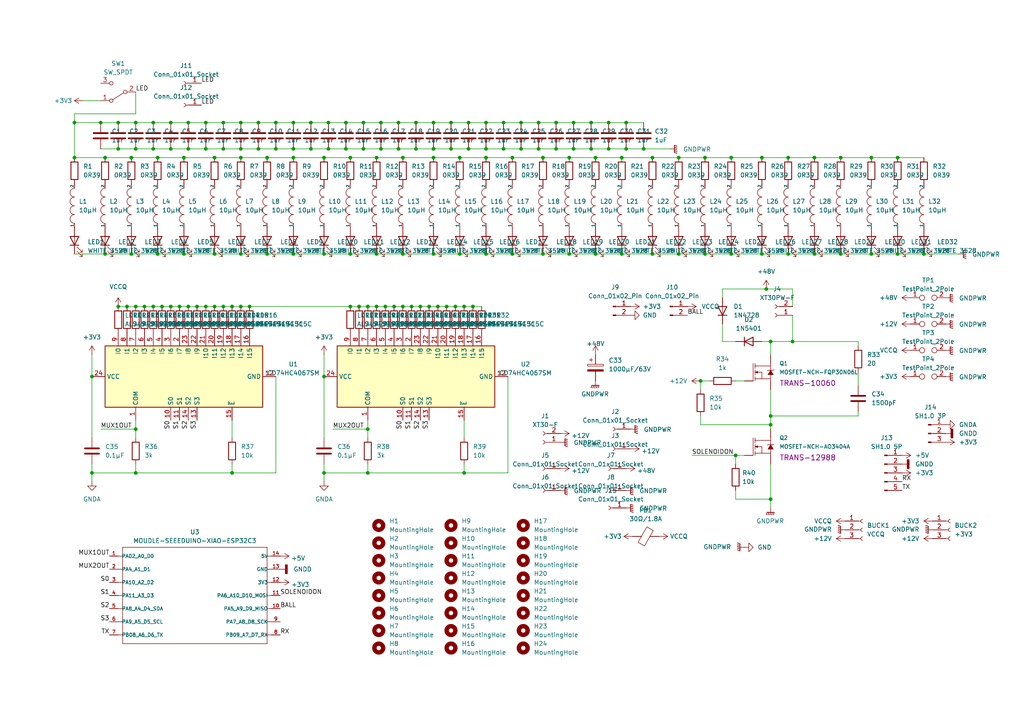
<source format=kicad_sch>
(kicad_sch (version 20230121) (generator eeschema)
  (paper "A4")
  (title_block (title "layer 1 schematic drawing") (date "2024-01-02") (rev "1.1") (company "8076ducc Robotics Competition Team"))
  (junction (at 121.92 88.9))
  (junction (at 171.45 35.56))
  (junction (at 125.73 35.56))
  (junction (at 52.07 88.9))
  (junction (at 137.16 88.9))
  (junction (at 243.84 73.66))
  (junction (at 222.25 83.82))
  (junction (at 116.84 45.72))
  (junction (at 146.05 35.56))
  (junction (at 62.23 88.9))
  (junction (at 100.33 43.18))
  (junction (at 120.65 43.18))
  (junction (at 135.89 43.18))
  (junction (at 106.68 88.9))
  (junction (at 212.09 73.66))
  (junction (at 186.69 43.18))
  (junction (at 54.61 35.56))
  (junction (at 229.87 99.06))
  (junction (at 21.59 45.72))
  (junction (at 59.69 88.9))
  (junction (at 161.29 43.18))
  (junction (at 260.35 73.66))
  (junction (at 64.77 43.18))
  (junction (at 133.35 73.66))
  (junction (at 101.6 88.9))
  (junction (at 125.73 45.72))
  (junction (at 39.37 88.9))
  (junction (at 69.85 35.56))
  (junction (at 140.97 35.56))
  (junction (at 135.89 35.56))
  (junction (at 85.09 35.56))
  (junction (at 124.46 88.9))
  (junction (at 110.49 43.18))
  (junction (at 59.69 43.18))
  (junction (at 204.47 45.72))
  (junction (at 30.48 73.66))
  (junction (at 213.36 132.08))
  (junction (at 116.84 73.66))
  (junction (at 130.81 35.56))
  (junction (at 53.34 73.66))
  (junction (at 26.67 137.16))
  (junction (at 45.72 73.66))
  (junction (at 36.83 88.9))
  (junction (at 39.37 35.56))
  (junction (at 172.72 73.66))
  (junction (at 166.37 35.56))
  (junction (at 212.09 45.72))
  (junction (at 49.53 43.18))
  (junction (at 156.21 35.56))
  (junction (at 228.6 45.72))
  (junction (at 93.98 73.66))
  (junction (at 236.22 73.66))
  (junction (at 77.47 45.72))
  (junction (at 243.84 45.72))
  (junction (at 125.73 73.66))
  (junction (at 180.34 73.66))
  (junction (at 44.45 88.9))
  (junction (at 74.93 43.18))
  (junction (at 148.59 45.72))
  (junction (at 223.52 99.06))
  (junction (at 260.35 45.72))
  (junction (at 116.84 88.9))
  (junction (at 105.41 43.18))
  (junction (at 59.69 35.56))
  (junction (at 105.41 35.56))
  (junction (at 220.98 73.66))
  (junction (at 172.72 45.72))
  (junction (at 69.85 45.72))
  (junction (at 29.21 35.56))
  (junction (at 90.17 35.56))
  (junction (at 134.62 137.16))
  (junction (at 115.57 35.56))
  (junction (at 140.97 45.72))
  (junction (at 120.65 35.56))
  (junction (at 38.1 45.72))
  (junction (at 64.77 88.9))
  (junction (at 95.25 43.18))
  (junction (at 130.81 43.18))
  (junction (at 34.29 43.18))
  (junction (at 67.31 137.16))
  (junction (at 26.67 109.22))
  (junction (at 49.53 35.56))
  (junction (at 85.09 73.66))
  (junction (at 127 88.9))
  (junction (at 151.13 35.56))
  (junction (at 157.48 73.66))
  (junction (at 72.39 88.9))
  (junction (at 67.31 88.9))
  (junction (at 140.97 43.18))
  (junction (at 101.6 45.72))
  (junction (at 57.15 88.9))
  (junction (at 41.91 88.9))
  (junction (at 176.53 35.56))
  (junction (at 85.09 43.18))
  (junction (at 34.29 35.56))
  (junction (at 119.38 88.9))
  (junction (at 223.52 144.78))
  (junction (at 156.21 43.18))
  (junction (at 196.85 45.72))
  (junction (at 104.14 88.9))
  (junction (at 223.52 123.19))
  (junction (at 85.09 45.72))
  (junction (at 45.72 45.72))
  (junction (at 228.6 73.66))
  (junction (at 189.23 73.66))
  (junction (at 74.93 35.56))
  (junction (at 39.37 43.18))
  (junction (at 176.53 43.18))
  (junction (at 236.22 45.72))
  (junction (at 93.98 109.22))
  (junction (at 204.47 73.66))
  (junction (at 106.68 137.16))
  (junction (at 125.73 43.18))
  (junction (at 38.1 73.66))
  (junction (at 80.01 43.18))
  (junction (at 146.05 43.18))
  (junction (at 53.34 45.72))
  (junction (at 223.52 120.65))
  (junction (at 69.85 88.9))
  (junction (at 252.73 73.66))
  (junction (at 133.35 45.72))
  (junction (at 189.23 45.72))
  (junction (at 109.22 73.66))
  (junction (at 62.23 45.72))
  (junction (at 54.61 43.18))
  (junction (at 157.48 45.72))
  (junction (at 171.45 43.18))
  (junction (at 140.97 73.66))
  (junction (at 39.37 124.46))
  (junction (at 111.76 88.9))
  (junction (at 69.85 73.66))
  (junction (at 49.53 88.9))
  (junction (at 34.29 88.9))
  (junction (at 109.22 45.72))
  (junction (at 129.54 88.9))
  (junction (at 220.98 45.72))
  (junction (at 161.29 35.56))
  (junction (at 165.1 45.72))
  (junction (at 46.99 88.9))
  (junction (at 151.13 43.18))
  (junction (at 114.3 88.9))
  (junction (at 54.61 88.9))
  (junction (at 196.85 73.66))
  (junction (at 64.77 35.56))
  (junction (at 95.25 35.56))
  (junction (at 39.37 137.16))
  (junction (at 93.98 137.16))
  (junction (at 203.2 110.49))
  (junction (at 148.59 73.66))
  (junction (at 69.85 43.18))
  (junction (at 62.23 73.66))
  (junction (at 30.48 45.72))
  (junction (at 132.08 88.9))
  (junction (at 90.17 43.18))
  (junction (at 93.98 45.72))
  (junction (at 101.6 73.66))
  (junction (at 44.45 43.18))
  (junction (at 115.57 43.18))
  (junction (at 77.47 73.66))
  (junction (at 110.49 35.56))
  (junction (at 44.45 35.56))
  (junction (at 134.62 88.9))
  (junction (at 267.97 73.66))
  (junction (at 100.33 35.56))
  (junction (at 181.61 35.56))
  (junction (at 165.1 73.66))
  (junction (at 21.59 35.56))
  (junction (at 109.22 88.9))
  (junction (at 166.37 43.18))
  (junction (at 106.68 124.46))
  (junction (at 180.34 45.72))
  (junction (at 181.61 43.18))
  (junction (at 252.73 45.72))
  (junction (at 80.01 35.56))
  (wire (pts (xy 24.13 29.21) (xy 29.21 29.21)))
  (wire (pts (xy 229.87 99.06) (xy 223.52 99.06)))
  (wire (pts (xy 72.39 88.9) (xy 101.6 88.9)))
  (wire (pts (xy 229.87 83.82) (xy 229.87 88.9)))
  (wire (pts (xy 140.97 35.56) (xy 146.05 35.56)))
  (wire (pts (xy 34.29 88.9) (xy 36.83 88.9)))
  (wire (pts (xy 116.84 73.66) (xy 125.73 73.66)))
  (wire (pts (xy 220.98 45.72) (xy 228.6 45.72)))
  (wire (pts (xy 171.45 43.18) (xy 176.53 43.18)))
  (wire (pts (xy 146.05 35.56) (xy 151.13 35.56)))
  (wire (pts (xy 134.62 88.9) (xy 137.16 88.9)))
  (wire (pts (xy 129.54 88.9) (xy 132.08 88.9)))
  (wire (pts (xy 203.2 120.65) (xy 203.2 123.19)))
  (wire (pts (xy 21.59 33.02) (xy 39.37 33.02)))
  (wire (pts (xy 243.84 45.72) (xy 252.73 45.72)))
  (wire (pts (xy 64.77 88.9) (xy 67.31 88.9)))
  (wire (pts (xy 30.48 45.72) (xy 38.1 45.72)))
  (wire (pts (xy 127 88.9) (xy 129.54 88.9)))
  (wire (pts (xy 59.69 43.18) (xy 64.77 43.18)))
  (wire (pts (xy 204.47 45.72) (xy 212.09 45.72)))
  (wire (pts (xy 59.69 88.9) (xy 62.23 88.9)))
  (wire (pts (xy 106.68 121.92) (xy 106.68 124.46)))
  (wire (pts (xy 248.92 120.65) (xy 223.52 120.65)))
  (wire (pts (xy 77.47 45.72) (xy 85.09 45.72)))
  (wire (pts (xy 189.23 73.66) (xy 196.85 73.66)))
  (wire (pts (xy 80.01 137.16) (xy 67.31 137.16)))
  (wire (pts (xy 248.92 99.06) (xy 229.87 99.06)))
  (wire (pts (xy 203.2 110.49) (xy 205.74 110.49)))
  (wire (pts (xy 115.57 35.56) (xy 120.65 35.56)))
  (wire (pts (xy 93.98 109.22) (xy 93.98 127)))
  (wire (pts (xy 147.32 109.22) (xy 147.32 137.16)))
  (wire (pts (xy 213.36 134.62) (xy 213.36 132.08)))
  (wire (pts (xy 203.2 113.03) (xy 203.2 110.49)))
  (wire (pts (xy 109.22 73.66) (xy 116.84 73.66)))
  (wire (pts (xy 212.09 45.72) (xy 220.98 45.72)))
  (wire (pts (xy 137.16 88.9) (xy 139.7 88.9)))
  (wire (pts (xy 54.61 88.9) (xy 57.15 88.9)))
  (wire (pts (xy 21.59 73.66) (xy 30.48 73.66)))
  (wire (pts (xy 212.09 73.66) (xy 220.98 73.66)))
  (wire (pts (xy 260.35 73.66) (xy 267.97 73.66)))
  (wire (pts (xy 39.37 43.18) (xy 44.45 43.18)))
  (wire (pts (xy 38.1 45.72) (xy 45.72 45.72)))
  (wire (pts (xy 161.29 43.18) (xy 166.37 43.18)))
  (wire (pts (xy 156.21 35.56) (xy 161.29 35.56)))
  (wire (pts (xy 196.85 73.66) (xy 204.47 73.66)))
  (wire (pts (xy 260.35 45.72) (xy 267.97 45.72)))
  (wire (pts (xy 157.48 73.66) (xy 165.1 73.66)))
  (wire (pts (xy 29.21 43.18) (xy 34.29 43.18)))
  (wire (pts (xy 120.65 35.56) (xy 125.73 35.56)))
  (wire (pts (xy 171.45 35.56) (xy 176.53 35.56)))
  (wire (pts (xy 53.34 73.66) (xy 62.23 73.66)))
  (wire (pts (xy 124.46 88.9) (xy 127 88.9)))
  (wire (pts (xy 95.25 43.18) (xy 100.33 43.18)))
  (wire (pts (xy 49.53 43.18) (xy 54.61 43.18)))
  (wire (pts (xy 34.29 43.18) (xy 39.37 43.18)))
  (wire (pts (xy 80.01 43.18) (xy 85.09 43.18)))
  (wire (pts (xy 151.13 35.56) (xy 156.21 35.56)))
  (wire (pts (xy 93.98 134.62) (xy 93.98 137.16)))
  (wire (pts (xy 69.85 45.72) (xy 77.47 45.72)))
  (wire (pts (xy 147.32 137.16) (xy 134.62 137.16)))
  (wire (pts (xy 220.98 99.06) (xy 223.52 99.06)))
  (wire (pts (xy 252.73 45.72) (xy 260.35 45.72)))
  (wire (pts (xy 148.59 73.66) (xy 157.48 73.66)))
  (wire (pts (xy 29.21 124.46) (xy 39.37 124.46)))
  (wire (pts (xy 133.35 73.66) (xy 140.97 73.66)))
  (wire (pts (xy 44.45 35.56) (xy 49.53 35.56)))
  (wire (pts (xy 267.97 73.66) (xy 278.13 73.66)))
  (wire (pts (xy 200.66 132.08) (xy 213.36 132.08)))
  (wire (pts (xy 39.37 35.56) (xy 44.45 35.56)))
  (wire (pts (xy 209.55 99.06) (xy 213.36 99.06)))
  (wire (pts (xy 213.36 110.49) (xy 215.9 110.49)))
  (wire (pts (xy 105.41 43.18) (xy 110.49 43.18)))
  (wire (pts (xy 93.98 45.72) (xy 101.6 45.72)))
  (wire (pts (xy 90.17 35.56) (xy 95.25 35.56)))
  (wire (pts (xy 67.31 137.16) (xy 39.37 137.16)))
  (wire (pts (xy 166.37 43.18) (xy 171.45 43.18)))
  (wire (pts (xy 106.68 134.62) (xy 106.68 137.16)))
  (wire (pts (xy 148.59 45.72) (xy 157.48 45.72)))
  (wire (pts (xy 134.62 137.16) (xy 106.68 137.16)))
  (wire (pts (xy 236.22 73.66) (xy 243.84 73.66)))
  (wire (pts (xy 223.52 134.62) (xy 223.52 144.78)))
  (wire (pts (xy 80.01 109.22) (xy 80.01 137.16)))
  (wire (pts (xy 115.57 43.18) (xy 120.65 43.18)))
  (wire (pts (xy 125.73 73.66) (xy 133.35 73.66)))
  (wire (pts (xy 220.98 73.66) (xy 228.6 73.66)))
  (wire (pts (xy 125.73 35.56) (xy 130.81 35.56)))
  (wire (pts (xy 110.49 35.56) (xy 115.57 35.56)))
  (wire (pts (xy 109.22 88.9) (xy 111.76 88.9)))
  (wire (pts (xy 69.85 73.66) (xy 77.47 73.66)))
  (wire (pts (xy 34.29 35.56) (xy 39.37 35.56)))
  (wire (pts (xy 104.14 88.9) (xy 106.68 88.9)))
  (wire (pts (xy 44.45 88.9) (xy 46.99 88.9)))
  (wire (pts (xy 85.09 43.18) (xy 90.17 43.18)))
  (wire (pts (xy 180.34 45.72) (xy 189.23 45.72)))
  (wire (pts (xy 209.55 83.82) (xy 209.55 86.36)))
  (wire (pts (xy 213.36 144.78) (xy 213.36 142.24)))
  (wire (pts (xy 110.49 43.18) (xy 115.57 43.18)))
  (wire (pts (xy 252.73 73.66) (xy 260.35 73.66)))
  (wire (pts (xy 213.36 132.08) (xy 215.9 132.08)))
  (wire (pts (xy 111.76 88.9) (xy 114.3 88.9)))
  (wire (pts (xy 46.99 88.9) (xy 49.53 88.9)))
  (wire (pts (xy 39.37 26.67) (xy 39.37 33.02)))
  (wire (pts (xy 95.25 35.56) (xy 100.33 35.56)))
  (wire (pts (xy 140.97 73.66) (xy 148.59 73.66)))
  (wire (pts (xy 180.34 73.66) (xy 189.23 73.66)))
  (wire (pts (xy 39.37 88.9) (xy 41.91 88.9)))
  (wire (pts (xy 248.92 120.65) (xy 248.92 119.38)))
  (wire (pts (xy 236.22 45.72) (xy 243.84 45.72)))
  (wire (pts (xy 45.72 45.72) (xy 53.34 45.72)))
  (wire (pts (xy 93.98 137.16) (xy 93.98 139.7)))
  (wire (pts (xy 26.67 109.22) (xy 26.67 127)))
  (wire (pts (xy 125.73 43.18) (xy 130.81 43.18)))
  (wire (pts (xy 189.23 45.72) (xy 196.85 45.72)))
  (wire (pts (xy 69.85 43.18) (xy 74.93 43.18)))
  (wire (pts (xy 116.84 88.9) (xy 119.38 88.9)))
  (wire (pts (xy 85.09 35.56) (xy 90.17 35.56)))
  (wire (pts (xy 21.59 35.56) (xy 29.21 35.56)))
  (wire (pts (xy 62.23 88.9) (xy 64.77 88.9)))
  (wire (pts (xy 62.23 45.72) (xy 69.85 45.72)))
  (wire (pts (xy 109.22 45.72) (xy 116.84 45.72)))
  (wire (pts (xy 106.68 137.16) (xy 93.98 137.16)))
  (wire (pts (xy 223.52 144.78) (xy 223.52 147.32)))
  (wire (pts (xy 106.68 124.46) (xy 106.68 127)))
  (wire (pts (xy 26.67 134.62) (xy 26.67 137.16)))
  (wire (pts (xy 100.33 35.56) (xy 105.41 35.56)))
  (wire (pts (xy 204.47 73.66) (xy 212.09 73.66)))
  (wire (pts (xy 85.09 73.66) (xy 93.98 73.66)))
  (wire (pts (xy 101.6 88.9) (xy 104.14 88.9)))
  (wire (pts (xy 100.33 43.18) (xy 105.41 43.18)))
  (wire (pts (xy 196.85 45.72) (xy 204.47 45.72)))
  (wire (pts (xy 69.85 88.9) (xy 72.39 88.9)))
  (wire (pts (xy 77.47 73.66) (xy 85.09 73.66)))
  (wire (pts (xy 229.87 91.44) (xy 229.87 99.06)))
  (wire (pts (xy 64.77 35.56) (xy 69.85 35.56)))
  (wire (pts (xy 105.41 35.56) (xy 110.49 35.56)))
  (wire (pts (xy 140.97 43.18) (xy 146.05 43.18)))
  (wire (pts (xy 69.85 35.56) (xy 74.93 35.56)))
  (wire (pts (xy 151.13 43.18) (xy 156.21 43.18)))
  (wire (pts (xy 29.21 35.56) (xy 34.29 35.56)))
  (wire (pts (xy 21.59 45.72) (xy 30.48 45.72)))
  (wire (pts (xy 54.61 43.18) (xy 59.69 43.18)))
  (wire (pts (xy 222.25 83.82) (xy 229.87 83.82)))
  (wire (pts (xy 140.97 45.72) (xy 148.59 45.72)))
  (wire (pts (xy 134.62 121.92) (xy 134.62 127)))
  (wire (pts (xy 59.69 35.56) (xy 64.77 35.56)))
  (wire (pts (xy 166.37 35.56) (xy 171.45 35.56)))
  (wire (pts (xy 120.65 43.18) (xy 125.73 43.18)))
  (wire (pts (xy 93.98 102.87) (xy 93.98 109.22)))
  (wire (pts (xy 49.53 35.56) (xy 54.61 35.56)))
  (wire (pts (xy 67.31 88.9) (xy 69.85 88.9)))
  (wire (pts (xy 45.72 73.66) (xy 53.34 73.66)))
  (wire (pts (xy 67.31 134.62) (xy 67.31 137.16)))
  (wire (pts (xy 223.52 99.06) (xy 223.52 102.87)))
  (wire (pts (xy 53.34 45.72) (xy 62.23 45.72)))
  (wire (pts (xy 49.53 88.9) (xy 52.07 88.9)))
  (wire (pts (xy 176.53 35.56) (xy 181.61 35.56)))
  (wire (pts (xy 135.89 35.56) (xy 140.97 35.56)))
  (wire (pts (xy 21.59 45.72) (xy 21.59 35.56)))
  (wire (pts (xy 39.37 124.46) (xy 39.37 127)))
  (wire (pts (xy 132.08 88.9) (xy 134.62 88.9)))
  (wire (pts (xy 209.55 93.98) (xy 209.55 99.06)))
  (wire (pts (xy 223.52 123.19) (xy 223.52 124.46)))
  (wire (pts (xy 203.2 123.19) (xy 223.52 123.19)))
  (wire (pts (xy 135.89 43.18) (xy 140.97 43.18)))
  (wire (pts (xy 74.93 35.56) (xy 80.01 35.56)))
  (wire (pts (xy 243.84 73.66) (xy 252.73 73.66)))
  (wire (pts (xy 228.6 73.66) (xy 236.22 73.66)))
  (wire (pts (xy 67.31 121.92) (xy 67.31 127)))
  (wire (pts (xy 172.72 73.66) (xy 180.34 73.66)))
  (wire (pts (xy 64.77 43.18) (xy 69.85 43.18)))
  (wire (pts (xy 74.93 43.18) (xy 80.01 43.18)))
  (wire (pts (xy 223.52 144.78) (xy 213.36 144.78)))
  (wire (pts (xy 130.81 35.56) (xy 135.89 35.56)))
  (wire (pts (xy 165.1 45.72) (xy 172.72 45.72)))
  (wire (pts (xy 248.92 107.95) (xy 248.92 111.76)))
  (wire (pts (xy 125.73 45.72) (xy 133.35 45.72)))
  (wire (pts (xy 146.05 43.18) (xy 151.13 43.18)))
  (wire (pts (xy 130.81 43.18) (xy 135.89 43.18)))
  (wire (pts (xy 21.59 35.56) (xy 21.59 33.02)))
  (wire (pts (xy 114.3 88.9) (xy 116.84 88.9)))
  (wire (pts (xy 96.52 124.46) (xy 106.68 124.46)))
  (wire (pts (xy 165.1 73.66) (xy 172.72 73.66)))
  (wire (pts (xy 101.6 45.72) (xy 109.22 45.72)))
  (wire (pts (xy 26.67 102.87) (xy 26.67 109.22)))
  (wire (pts (xy 39.37 134.62) (xy 39.37 137.16)))
  (wire (pts (xy 85.09 45.72) (xy 93.98 45.72)))
  (wire (pts (xy 157.48 45.72) (xy 165.1 45.72)))
  (wire (pts (xy 26.67 137.16) (xy 26.67 139.7)))
  (wire (pts (xy 181.61 35.56) (xy 186.69 35.56)))
  (wire (pts (xy 41.91 88.9) (xy 44.45 88.9)))
  (wire (pts (xy 30.48 73.66) (xy 38.1 73.66)))
  (wire (pts (xy 93.98 73.66) (xy 101.6 73.66)))
  (wire (pts (xy 209.55 83.82) (xy 222.25 83.82)))
  (wire (pts (xy 181.61 43.18) (xy 186.69 43.18)))
  (wire (pts (xy 248.92 99.06) (xy 248.92 100.33)))
  (wire (pts (xy 223.52 120.65) (xy 223.52 123.19)))
  (wire (pts (xy 36.83 88.9) (xy 39.37 88.9)))
  (wire (pts (xy 156.21 43.18) (xy 161.29 43.18)))
  (wire (pts (xy 116.84 45.72) (xy 125.73 45.72)))
  (wire (pts (xy 54.61 35.56) (xy 59.69 35.56)))
  (wire (pts (xy 172.72 45.72) (xy 180.34 45.72)))
  (wire (pts (xy 57.15 88.9) (xy 59.69 88.9)))
  (wire (pts (xy 44.45 43.18) (xy 49.53 43.18)))
  (wire (pts (xy 80.01 35.56) (xy 85.09 35.56)))
  (wire (pts (xy 134.62 134.62) (xy 134.62 137.16)))
  (wire (pts (xy 38.1 73.66) (xy 45.72 73.66)))
  (wire (pts (xy 161.29 35.56) (xy 166.37 35.56)))
  (wire (pts (xy 39.37 137.16) (xy 26.67 137.16)))
  (wire (pts (xy 39.37 121.92) (xy 39.37 124.46)))
  (wire (pts (xy 186.69 43.18) (xy 194.31 43.18)))
  (wire (pts (xy 176.53 43.18) (xy 181.61 43.18)))
  (wire (pts (xy 101.6 73.66) (xy 109.22 73.66)))
  (wire (pts (xy 106.68 88.9) (xy 109.22 88.9)))
  (wire (pts (xy 133.35 45.72) (xy 140.97 45.72)))
  (wire (pts (xy 119.38 88.9) (xy 121.92 88.9)))
  (wire (pts (xy 62.23 73.66) (xy 69.85 73.66)))
  (wire (pts (xy 52.07 88.9) (xy 54.61 88.9)))
  (wire (pts (xy 228.6 45.72) (xy 236.22 45.72)))
  (wire (pts (xy 90.17 43.18) (xy 95.25 43.18)))
  (wire (pts (xy 121.92 88.9) (xy 124.46 88.9)))
  (wire (pts (xy 223.52 113.03) (xy 223.52 120.65)))
  (label "MUX1OUT" (at 31.75 161.29 180))
  (label "LED" (at 39.37 26.67 0))
  (label "S3" (at 124.46 121.92 270))
  (label "MUX2OUT" (at 96.52 124.46 0))
  (label "TX" (at 261.62 142.24 0))
  (label "S1" (at 52.07 121.92 270))
  (label "S0" (at 116.84 121.92 270))
  (label "S1" (at 119.38 121.92 270))
  (label "MUX2OUT" (at 31.75 165.1 180))
  (label "S3" (at 31.75 180.34 180))
  (label "BALL" (at 81.28 176.53 0))
  (label "S0" (at 31.75 168.91 180))
  (label "RX" (at 261.62 139.7 0))
  (label "S3" (at 57.15 121.92 270))
  (label "SOLENOIDON" (at 200.66 132.08 0))
  (label "S0" (at 49.53 121.92 270))
  (label "LED" (at 58.42 30.48 0))
  (label "LED" (at 58.42 24.13 0))
  (label "RX" (at 81.28 184.15 0))
  (label "BALL" (at 199.39 91.44 0))
  (label "MUX1OUT" (at 29.21 124.46 0))
  (label "S2" (at 31.75 176.53 180))
  (label "S2" (at 54.61 121.92 270))
  (label "S1" (at 31.75 172.72 180))
  (label "TX" (at 31.75 184.15 180))
  (label "SOLENOIDON" (at 81.28 172.72 0))
  (label "S2" (at 121.92 121.92 270))
  (symbol (lib_id "Device:R") (at 134.62 130.81 0) (unit 1)
    (property "Reference" "R39" (at 137.16 129.5399 0) (effects (justify left)))
    (property "Value" "10k" (at 137.16 132.0799 0) (effects (justify left)))
    (property "Footprint" "Resistor_SMD:R_0603_1608Metric" (effects hide))
  )
  (symbol (lib_id "Mechanical:MountingHole") (at 130.81 182.88 0) (unit 1)
    (property "Reference" "H15" (at 133.858 181.6099 0) (effects (justify left)))
    (property "Value" "MountingHole" (at 133.858 184.1499 0) (effects (justify left)))
    (property "Footprint" "MountingHole:MountingHole_3.2mm_M3_Pad" (effects hide))
  )
  (symbol (lib_id "Device:R") (at 248.92 104.14 0) (unit 1)
    (property "Reference" "R33" (at 251.46 102.8699 0) (effects (justify left)))
    (property "Value" "20" (at 251.46 105.4099 0) (effects (justify left)))
    (property "Footprint" "Resistor_SMD:R_0603_1608Metric" (effects hide))
  )
  (symbol (lib_name "VCCQ_3") (lib_id "power:VCCQ") (at 264.16 101.6 90) (unit 1)
    (property "Reference" "#PWR034" (effects hide))
    (property "Value" "VCCQ" (at 260.35 101.6 90) (effects (justify left)))
  )
  (symbol (lib_id "Device:R") (at 148.59 49.53 0) (unit 1)
    (property "Reference" "R17" (at 151.13 48.2599 0) (effects (justify left)))
    (property "Value" "0R39" (at 151.13 50.7999 0) (effects (justify left)))
    (property "Footprint" "Resistor_SMD:R_0603_1608Metric" (effects hide))
  )
  (symbol (lib_id "Connector:TestPoint_2Pole") (at 269.24 86.36 0) (unit 1)
    (property "Reference" "TP1" (at 269.24 81.28 0))
    (property "Value" "TestPoint_2Pole" (at 269.24 83.82 0))
    (property "Footprint" "TestPoint:TestPoint_2Pads_Pitch2.54mm_Drill0.8mm" (effects hide))
  )
  (symbol (lib_id "Mechanical:MountingHole") (at 130.81 172.72 0) (unit 1)
    (property "Reference" "H13" (at 133.858 171.4499 0) (effects (justify left)))
    (property "Value" "MountingHole" (at 133.858 173.9899 0) (effects (justify left)))
    (property "Footprint" "MountingHole:MountingHole_3.2mm_M3_Pad" (effects hide))
  )
  (symbol (lib_id "74xx:CD74HC4067SM") (at 52.07 109.22 90) (unit 1)
    (property "Reference" "U1" (at 85.09 105.6386 90))
    (property "Value" "CD74HC4067SM" (at 85.09 108.1786 90))
    (property "Footprint" "Package_SO:SOIC-24W_7.5x15.4mm_P1.27mm" (effects hide))
    (property "Datasheet" "http://www.ti.com/lit/ds/symlink/cd74hc4067.pdf" (effects hide))
  )
  (symbol (lib_id "Device:LED") (at 228.6 69.85 90) (unit 1)
    (property "Reference" "LED27" (at 232.41 70.1674 90) (effects (justify right)))
    (property "Value" "WHITE 3528" (at 232.41 72.7074 90) (effects (justify right)))
    (property "Footprint" "Capacitor_Tantalum_SMD:CP_EIA-3528-12_Kemet-T" (effects hide))
  )
  (symbol (lib_id "Device:R") (at 203.2 116.84 0) (unit 1)
    (property "Reference" "R35" (at 205.74 115.5699 0) (effects (justify left)))
    (property "Value" "10k" (at 205.74 118.1099 0) (effects (justify left)))
    (property "Footprint" "Resistor_SMD:R_0603_1608Metric" (effects hide))
  )
  (symbol (lib_id "Device:R") (at 157.48 49.53 0) (unit 1)
    (property "Reference" "R18" (at 160.02 48.2599 0) (effects (justify left)))
    (property "Value" "0R39" (at 160.02 50.7999 0) (effects (justify left)))
    (property "Footprint" "Resistor_SMD:R_0603_1608Metric" (effects hide))
  )
  (symbol (lib_id "Mechanical:MountingHole") (at 109.855 152.4 0) (unit 1)
    (property "Reference" "H1" (at 112.903 151.1299 0) (effects (justify left)))
    (property "Value" "MountingHole" (at 112.903 153.6699 0) (effects (justify left)))
    (property "Footprint" "MountingHole:MountingHole_3.2mm_M3_Pad" (effects hide))
  )
  (symbol (lib_id "Device:R") (at 59.69 92.71 0) (unit 1)
    (property "Reference" "LDR11" (at 61.595 91.4399 0) (effects (justify left)))
    (property "Value" "ALS-PT19-315C" (at 61.595 93.9799 0) (effects (justify left)))
    (property "Footprint" "Diode_SMD:D_0603_1608Metric" (effects hide))
  )
  (symbol (lib_id "Connector:Conn_01x03_Female") (at 250.19 153.67 0) (unit 1)
    (property "Reference" "BUCK1" (at 251.46 152.4 0) (effects (justify left)))
    (property "Value" "VCCQ" (at 251.46 154.94 0) (effects (justify left)))
    (property "Footprint" "Connector_PinSocket_2.54mm:PinSocket_1x03_P2.54mm_Horizontal" (effects hide))
  )
  (symbol (lib_name "VCCQ_2") (lib_id "power:VCCQ") (at 245.11 151.13 90) (unit 1)
    (property "Reference" "#PWR019" (effects hide))
    (property "Value" "VCCQ" (at 241.3 151.13 90) (effects (justify left)))
  )
  (symbol (lib_id "Device:R") (at 209.55 110.49 90) (unit 1)
    (property "Reference" "R34" (at 209.55 104.14 90))
    (property "Value" "1k" (at 209.55 106.68 90))
    (property "Footprint" "Resistor_SMD:R_0603_1608Metric" (effects hide))
  )
  (symbol (lib_id "Device:LED") (at 148.59 69.85 90) (unit 1)
    (property "Reference" "LED17" (at 152.4 70.1674 90) (effects (justify right)))
    (property "Value" "WHITE 3528" (at 152.4 72.7074 90) (effects (justify right)))
    (property "Footprint" "Capacitor_Tantalum_SMD:CP_EIA-3528-12_Kemet-T" (effects hide))
  )
  (symbol (lib_id "Connector:Conn_01x05_Pin") (at 256.54 137.16 0) (unit 1)
    (property "Reference" "J13" (at 257.175 127 0))
    (property "Value" "SH1.0 5P" (at 257.175 129.54 0))
    (property "Footprint" "Connector_JST:JST_SH_BM05B-SRSS-TB_1x05-1MP_P1.00mm_Vertical" (effects hide))
  )
  (symbol (lib_name "VCCQ_4") (lib_id "power:VCCQ") (at 191.135 155.575 270) (unit 1)
    (property "Reference" "#PWR046" (effects hide))
    (property "Value" "VCCQ" (at 194.31 155.575 90) (effects (justify left)))
  )
  (symbol (lib_id "Device:LED") (at 260.35 69.85 90) (unit 1)
    (property "Reference" "LED31" (at 264.16 70.1674 90) (effects (justify right)))
    (property "Value" "WHITE 3528" (at 264.16 72.7074 90) (effects (justify right)))
    (property "Footprint" "Capacitor_Tantalum_SMD:CP_EIA-3528-12_Kemet-T" (effects hide))
  )
  (symbol (lib_id "Device:C_Polarized") (at 172.72 106.68 0) (unit 1)
    (property "Reference" "C33" (at 176.53 104.5209 0) (effects (justify left)))
    (property "Value" "1000µF/63V" (at 176.53 107.0609 0) (effects (justify left)))
    (property "Footprint" "Capacitor_THT:CP_Radial_D16.0mm_P7.50mm" (effects hide))
  )
  (symbol (lib_name "+48V_2") (lib_id "power:+48V") (at 264.16 86.36 90) (unit 1)
    (property "Reference" "#PWR030" (effects hide))
    (property "Value" "+48V" (at 260.35 86.36 90) (effects (justify left)))
  )
  (symbol (lib_id "Device:LED") (at 157.48 69.85 90) (unit 1)
    (property "Reference" "LED18" (at 161.29 70.1674 90) (effects (justify right)))
    (property "Value" "WHITE 3528" (at 161.29 72.7074 90) (effects (justify right)))
    (property "Footprint" "Capacitor_Tantalum_SMD:CP_EIA-3528-12_Kemet-T" (effects hide))
  )
  (symbol (lib_id "Device:C") (at 115.57 39.37 0) (unit 1)
    (property "Reference" "C18" (at 118.745 38.0999 0) (effects (justify left)))
    (property "Value" "1uF" (at 118.745 40.6399 0) (effects (justify left)))
    (property "Footprint" "Capacitor_SMD:C_0603_1608Metric" (effects hide))
  )
  (symbol (lib_id "power:GNDPWR") (at 270.51 153.67 270) (unit 1)
    (property "Reference" "#PWR022" (effects hide))
    (property "Value" "GNDPWR" (at 266.7 153.543 90) (effects (justify right)))
  )
  (symbol (lib_id "Device:LED") (at 85.09 69.85 90) (unit 1)
    (property "Reference" "LED9" (at 88.9 70.1674 90) (effects (justify right)))
    (property "Value" "WHITE 3528" (at 88.9 72.7074 90) (effects (justify right)))
    (property "Footprint" "Capacitor_Tantalum_SMD:CP_EIA-3528-12_Kemet-T" (effects hide))
  )
  (symbol (lib_id "Device:R") (at 109.22 92.71 0) (unit 1)
    (property "Reference" "LDR20" (at 111.125 91.4399 0) (effects (justify left)))
    (property "Value" "ALS-PT19-315C" (at 111.125 93.9799 0) (effects (justify left)))
    (property "Footprint" "Diode_SMD:D_0603_1608Metric" (effects hide))
  )
  (symbol (lib_id "Mechanical:MountingHole") (at 151.765 187.96 0) (unit 1)
    (property "Reference" "H24" (at 154.813 186.6899 0) (effects (justify left)))
    (property "Value" "MountingHole" (at 154.813 189.2299 0) (effects (justify left)))
    (property "Footprint" "MountingHole:MountingHole_3.2mm_M3_Pad" (effects hide))
  )
  (symbol (lib_id "Device:C") (at 39.37 39.37 0) (unit 1)
    (property "Reference" "C3" (at 42.545 38.0999 0) (effects (justify left)))
    (property "Value" "1uF" (at 42.545 40.6399 0) (effects (justify left)))
    (property "Footprint" "Capacitor_SMD:C_0603_1608Metric" (effects hide))
  )
  (symbol (lib_id "Device:C") (at 110.49 39.37 0) (unit 1)
    (property "Reference" "C17" (at 113.665 38.0999 0) (effects (justify left)))
    (property "Value" "1uF" (at 113.665 40.6399 0) (effects (justify left)))
    (property "Footprint" "Capacitor_SMD:C_0603_1608Metric" (effects hide))
  )
  (symbol (lib_id "Device:R") (at 34.29 92.71 0) (unit 1)
    (property "Reference" "LDR1" (at 36.195 91.4399 0) (effects (justify left)))
    (property "Value" "ALS-PT19-315C" (at 36.195 93.9799 0) (effects (justify left)))
    (property "Footprint" "Diode_SMD:D_0603_1608Metric" (effects hide))
  )
  (symbol (lib_id "Device:LED") (at 38.1 69.85 90) (unit 1)
    (property "Reference" "LED3" (at 41.91 70.1674 90) (effects (justify right)))
    (property "Value" "WHITE 3528" (at 41.91 72.7074 90) (effects (justify right)))
    (property "Footprint" "Capacitor_Tantalum_SMD:CP_EIA-3528-12_Kemet-T" (effects hide))
  )
  (symbol (lib_id "Device:R") (at 267.97 49.53 0) (unit 1)
    (property "Reference" "R32" (at 270.51 48.2599 0) (effects (justify left)))
    (property "Value" "0R39" (at 270.51 50.7999 0) (effects (justify left)))
    (property "Footprint" "Resistor_SMD:R_0603_1608Metric" (effects hide))
  )
  (symbol (lib_id "Device:C") (at 95.25 39.37 0) (unit 1)
    (property "Reference" "C14" (at 98.425 38.0999 0) (effects (justify left)))
    (property "Value" "1uF" (at 98.425 40.6399 0) (effects (justify left)))
    (property "Footprint" "Capacitor_SMD:C_0603_1608Metric" (effects hide))
  )
  (symbol (lib_id "Device:LED") (at 212.09 69.85 90) (unit 1)
    (property "Reference" "LED25" (at 215.9 70.1674 90) (effects (justify right)))
    (property "Value" "WHITE 3528" (at 215.9 72.7074 90) (effects (justify right)))
    (property "Footprint" "Capacitor_Tantalum_SMD:CP_EIA-3528-12_Kemet-T" (effects hide))
  )
  (symbol (lib_id "power:GNDD") (at 274.32 125.73 90) (unit 1)
    (property "Reference" "#PWR045" (effects hide))
    (property "Value" "GNDD" (at 278.13 125.73 90) (effects (justify right)))
  )
  (symbol (lib_id "Mechanical:MountingHole") (at 151.765 182.88 0) (unit 1)
    (property "Reference" "H23" (at 154.813 181.6099 0) (effects (justify left)))
    (property "Value" "MountingHole" (at 154.813 184.1499 0) (effects (justify left)))
    (property "Footprint" "MountingHole:MountingHole_3.2mm_M3_Pad" (effects hide))
  )
  (symbol (lib_id "Device:R") (at 54.61 92.71 0) (unit 1)
    (property "Reference" "LDR9" (at 56.515 91.4399 0) (effects (justify left)))
    (property "Value" "ALS-PT19-315C" (at 56.515 93.9799 0) (effects (justify left)))
    (property "Footprint" "Diode_SMD:D_0603_1608Metric" (effects hide))
  )
  (symbol (lib_id "Device:C") (at 69.85 39.37 0) (unit 1)
    (property "Reference" "C9" (at 73.025 38.0999 0) (effects (justify left)))
    (property "Value" "1uF" (at 73.025 40.6399 0) (effects (justify left)))
    (property "Footprint" "Capacitor_SMD:C_0603_1608Metric" (effects hide))
  )
  (symbol (lib_id "Device:LED") (at 109.22 69.85 90) (unit 1)
    (property "Reference" "LED12" (at 113.03 70.1674 90) (effects (justify right)))
    (property "Value" "WHITE 3528" (at 113.03 72.7074 90) (effects (justify right)))
    (property "Footprint" "Capacitor_Tantalum_SMD:CP_EIA-3528-12_Kemet-T" (effects hide))
  )
  (symbol (lib_name "VCCQ_1") (lib_id "power:VCCQ") (at 199.39 88.9 270) (unit 1)
    (property "Reference" "#PWR028" (effects hide))
    (property "Value" "VCCQ" (at 203.454 88.9 90) (effects (justify left)))
  )
  (symbol (lib_id "Device:R") (at 196.85 49.53 0) (unit 1)
    (property "Reference" "R23" (at 199.39 48.2599 0) (effects (justify left)))
    (property "Value" "0R39" (at 199.39 50.7999 0) (effects (justify left)))
    (property "Footprint" "Resistor_SMD:R_0603_1608Metric" (effects hide))
  )
  (symbol (lib_id "Device:R") (at 41.91 92.71 0) (unit 1)
    (property "Reference" "LDR4" (at 43.815 91.4399 0) (effects (justify left)))
    (property "Value" "ALS-PT19-315C" (at 43.815 93.9799 0) (effects (justify left)))
    (property "Footprint" "Diode_SMD:D_0603_1608Metric" (effects hide))
  )
  (symbol (lib_name "GNDA_1") (lib_id "power:GNDA") (at 274.32 123.19 90) (unit 1)
    (property "Reference" "#PWR044" (effects hide))
    (property "Value" "GNDA" (at 278.13 123.19 90) (effects (justify right)))
  )
  (symbol (lib_id "power:GNDA") (at 93.98 139.7 0) (unit 1)
    (property "Reference" "#PWR07" (effects hide))
    (property "Value" "GNDA" (at 93.98 144.78 0))
  )
  (symbol (lib_id "pspice:INDUCTOR") (at 220.98 59.69 90) (unit 1)
    (property "Reference" "L26" (at 222.25 58.42 90) (effects (justify right)))
    (property "Value" "10µH" (at 222.25 60.96 90) (effects (justify right)))
    (property "Footprint" "Inductor_SMD:L_0805_2012Metric" (effects hide))
  )
  (symbol (lib_id "Device:R") (at 260.35 49.53 0) (unit 1)
    (property "Reference" "R31" (at 262.89 48.2599 0) (effects (justify left)))
    (property "Value" "0R39" (at 262.89 50.7999 0) (effects (justify left)))
    (property "Footprint" "Resistor_SMD:R_0603_1608Metric" (effects hide))
  )
  (symbol (lib_id "Device:LED") (at 116.84 69.85 90) (unit 1)
    (property "Reference" "LED13" (at 120.65 70.1674 90) (effects (justify right)))
    (property "Value" "WHITE 3528" (at 120.65 72.7074 90) (effects (justify right)))
    (property "Footprint" "Capacitor_Tantalum_SMD:CP_EIA-3528-12_Kemet-T" (effects hide))
  )
  (symbol (lib_id "pspice:INDUCTOR") (at 93.98 59.69 90) (unit 1)
    (property "Reference" "L10" (at 95.25 58.42 90) (effects (justify right)))
    (property "Value" "10µH" (at 95.25 60.96 90) (effects (justify right)))
    (property "Footprint" "Inductor_SMD:L_0805_2012Metric" (effects hide))
  )
  (symbol (lib_id "power:GNDPWR") (at 274.32 93.98 90) (unit 1)
    (property "Reference" "#PWR035" (effects hide))
    (property "Value" "GNDPWR" (at 278.13 94.107 90) (effects (justify right)))
  )
  (symbol (lib_id "pspice:INDUCTOR") (at 133.35 59.69 90) (unit 1)
    (property "Reference" "L15" (at 134.62 58.42 90) (effects (justify right)))
    (property "Value" "10µH" (at 134.62 60.96 90) (effects (justify right)))
    (property "Footprint" "Inductor_SMD:L_0805_2012Metric" (effects hide))
  )
  (symbol (lib_name "+3V3_4") (lib_id "power:+3V3") (at 183.515 155.575 90) (unit 1)
    (property "Reference" "#PWR047" (effects hide))
    (property "Value" "+3V3" (at 180.34 155.575 90) (effects (justify left)))
  )
  (symbol (lib_id "pspice:INDUCTOR") (at 267.97 59.69 90) (unit 1)
    (property "Reference" "L32" (at 269.24 58.42 90) (effects (justify right)))
    (property "Value" "10µH" (at 269.24 60.96 90) (effects (justify right)))
    (property "Footprint" "Inductor_SMD:L_0805_2012Metric" (effects hide))
  )
  (symbol (lib_id "power:+3V3") (at 26.67 102.87 0) (unit 1)
    (property "Reference" "#PWR03" (effects hide))
    (property "Value" "+3V3" (at 26.67 97.79 0))
  )
  (symbol (lib_name "+12V_3") (lib_id "power:+12V") (at 264.16 93.98 90) (unit 1)
    (property "Reference" "#PWR032" (effects hide))
    (property "Value" "+12V" (at 260.35 93.98 90) (effects (justify left)))
  )
  (symbol (lib_id "Mechanical:MountingHole") (at 130.81 187.96 0) (unit 1)
    (property "Reference" "H16" (at 133.858 186.6899 0) (effects (justify left)))
    (property "Value" "MountingHole" (at 133.858 189.2299 0) (effects (justify left)))
    (property "Footprint" "MountingHole:MountingHole_3.2mm_M3_Pad" (effects hide))
  )
  (symbol (lib_id "Mechanical:MountingHole") (at 109.855 172.72 0) (unit 1)
    (property "Reference" "H5" (at 112.903 171.4499 0) (effects (justify left)))
    (property "Value" "MountingHole" (at 112.903 173.9899 0) (effects (justify left)))
    (property "Footprint" "MountingHole:MountingHole_3.2mm_M3_Pad" (effects hide))
  )
  (symbol (lib_id "Mechanical:MountingHole") (at 109.855 157.48 0) (unit 1)
    (property "Reference" "H2" (at 112.903 156.2099 0) (effects (justify left)))
    (property "Value" "MountingHole" (at 112.903 158.7499 0) (effects (justify left)))
    (property "Footprint" "MountingHole:MountingHole_3.2mm_M3_Pad" (effects hide))
  )
  (symbol (lib_name "+12V_1") (lib_id "power:+12V") (at 182.88 130.175 270) (unit 1)
    (property "Reference" "#PWR029" (effects hide))
    (property "Value" "+12V" (at 186.055 130.81 90) (effects (justify left)))
  )
  (symbol (lib_name "+12V_1") (lib_id "power:+12V") (at 162.56 125.73 270) (unit 1)
    (property "Reference" "#PWR017" (effects hide))
    (property "Value" "+12V" (at 165.735 126.365 90) (effects (justify left)))
  )
  (symbol (lib_id "Device:C") (at 146.05 39.37 0) (unit 1)
    (property "Reference" "C24" (at 149.225 38.0999 0) (effects (justify left)))
    (property "Value" "1uF" (at 149.225 40.6399 0) (effects (justify left)))
    (property "Footprint" "Capacitor_SMD:C_0603_1608Metric" (effects hide))
  )
  (symbol (lib_id "Device:R") (at 129.54 92.71 0) (unit 1)
    (property "Reference" "LDR28" (at 131.445 91.4399 0) (effects (justify left)))
    (property "Value" "ALS-PT19-315C" (at 131.445 93.9799 0) (effects (justify left)))
    (property "Footprint" "Diode_SMD:D_0603_1608Metric" (effects hide))
  )
  (symbol (lib_id "Device:R") (at 52.07 92.71 0) (unit 1)
    (property "Reference" "LDR8" (at 53.975 91.4399 0) (effects (justify left)))
    (property "Value" "ALS-PT19-315C" (at 53.975 93.9799 0) (effects (justify left)))
    (property "Footprint" "Diode_SMD:D_0603_1608Metric" (effects hide))
  )
  (symbol (lib_id "Device:LED") (at 101.6 69.85 90) (unit 1)
    (property "Reference" "LED11" (at 105.41 70.1674 90) (effects (justify right)))
    (property "Value" "WHITE 3528" (at 105.41 72.7074 90) (effects (justify right)))
    (property "Footprint" "Capacitor_Tantalum_SMD:CP_EIA-3528-12_Kemet-T" (effects hide))
  )
  (symbol (lib_id "power:GNDPWR") (at 278.13 73.66 90) (unit 1)
    (property "Reference" "#PWR041" (effects hide))
    (property "Value" "GNDPWR" (at 281.94 73.787 90) (effects (justify right)))
  )
  (symbol (lib_id "Device:LED") (at 133.35 69.85 90) (unit 1)
    (property "Reference" "LED15" (at 137.16 70.1674 90) (effects (justify right)))
    (property "Value" "WHITE 3528" (at 137.16 72.7074 90) (effects (justify right)))
    (property "Footprint" "Capacitor_Tantalum_SMD:CP_EIA-3528-12_Kemet-T" (effects hide))
  )
  (symbol (lib_id "Mechanical:MountingHole") (at 130.81 152.4 0) (unit 1)
    (property "Reference" "H9" (at 133.858 151.1299 0) (effects (justify left)))
    (property "Value" "MountingHole" (at 133.858 153.6699 0) (effects (justify left)))
    (property "Footprint" "MountingHole:MountingHole_3.2mm_M3_Pad" (effects hide))
  )
  (symbol (lib_id "power:GNDPWR") (at 223.52 147.32 0) (unit 1)
    (property "Reference" "#PWR08" (effects hide))
    (property "Value" "GNDPWR" (at 223.393 151.13 0))
  )
  (symbol (lib_id "pspice:INDUCTOR") (at 196.85 59.69 90) (unit 1)
    (property "Reference" "L23" (at 198.12 58.42 90) (effects (justify right)))
    (property "Value" "10µH" (at 198.12 60.96 90) (effects (justify right)))
    (property "Footprint" "Inductor_SMD:L_0805_2012Metric" (effects hide))
  )
  (symbol (lib_id "Device:R") (at 125.73 49.53 0) (unit 1)
    (property "Reference" "R14" (at 128.27 48.2599 0) (effects (justify left)))
    (property "Value" "0R39" (at 128.27 50.7999 0) (effects (justify left)))
    (property "Footprint" "Resistor_SMD:R_0603_1608Metric" (effects hide))
  )
  (symbol (lib_id "Device:R") (at 46.99 92.71 0) (unit 1)
    (property "Reference" "LDR6" (at 48.895 91.4399 0) (effects (justify left)))
    (property "Value" "ALS-PT19-315C" (at 48.895 93.9799 0) (effects (justify left)))
    (property "Footprint" "Diode_SMD:D_0603_1608Metric" (effects hide))
  )
  (symbol (lib_id "Mechanical:MountingHole") (at 151.765 172.72 0) (unit 1)
    (property "Reference" "H21" (at 154.813 171.4499 0) (effects (justify left)))
    (property "Value" "MountingHole" (at 154.813 173.9899 0) (effects (justify left)))
    (property "Footprint" "MountingHole:MountingHole_3.2mm_M3_Pad" (effects hide))
  )
  (symbol (lib_id "power:+12V") (at 203.2 110.49 90) (unit 1)
    (property "Reference" "#PWR012" (effects hide))
    (property "Value" "+12V" (at 199.39 110.4899 90) (effects (justify left)))
  )
  (symbol (lib_id "power:+3V3") (at 81.28 168.91 270) (unit 1)
    (property "Reference" "#PWR011" (effects hide))
    (property "Value" "+3V3" (at 84.455 169.545 90) (effects (justify left)))
  )
  (symbol (lib_id "Device:LED") (at 165.1 69.85 90) (unit 1)
    (property "Reference" "LED19" (at 168.91 70.1674 90) (effects (justify right)))
    (property "Value" "WHITE 3528" (at 168.91 72.7074 90) (effects (justify right)))
    (property "Footprint" "Capacitor_Tantalum_SMD:CP_EIA-3528-12_Kemet-T" (effects hide))
  )
  (symbol (lib_id "pspice:INDUCTOR") (at 243.84 59.69 90) (unit 1)
    (property "Reference" "L29" (at 245.11 58.42 90) (effects (justify right)))
    (property "Value" "10µH" (at 245.11 60.96 90) (effects (justify right)))
    (property "Footprint" "Inductor_SMD:L_0805_2012Metric" (effects hide))
  )
  (symbol (lib_id "Connector:TestPoint_2Pole") (at 269.24 109.22 0) (unit 1)
    (property "Reference" "TP4" (at 269.24 104.14 0))
    (property "Value" "TestPoint_2Pole" (at 269.24 106.68 0))
    (property "Footprint" "TestPoint:TestPoint_2Pads_Pitch2.54mm_Drill0.8mm" (effects hide))
  )
  (symbol (lib_id "pspice:INDUCTOR") (at 53.34 59.69 90) (unit 1)
    (property "Reference" "L5" (at 54.61 58.42 90) (effects (justify right)))
    (property "Value" "10µH" (at 54.61 60.96 90) (effects (justify right)))
    (property "Footprint" "Inductor_SMD:L_0805_2012Metric" (effects hide))
  )
  (symbol (lib_id "power:GNDD") (at 81.28 165.1 90) (unit 1)
    (property "Reference" "#PWR010" (effects hide))
    (property "Value" "GNDD" (at 85.09 165.1 90) (effects (justify right)))
  )
  (symbol (lib_id "pspice:INDUCTOR") (at 30.48 59.69 90) (unit 1)
    (property "Reference" "L2" (at 31.75 58.42 90) (effects (justify right)))
    (property "Value" "10µH" (at 31.75 60.96 90) (effects (justify right)))
    (property "Footprint" "Inductor_SMD:L_0805_2012Metric" (effects hide))
  )
  (symbol (lib_id "power:GNDPWR") (at 162.56 142.24 90) (unit 1)
    (property "Reference" "#PWR015" (effects hide))
    (property "Value" "GNDPWR" (at 166.37 142.367 90) (effects (justify right)))
  )
  (symbol (lib_id "Device:R") (at 180.34 49.53 0) (unit 1)
    (property "Reference" "R21" (at 182.88 48.2599 0) (effects (justify left)))
    (property "Value" "0R39" (at 182.88 50.7999 0) (effects (justify left)))
    (property "Footprint" "Resistor_SMD:R_0603_1608Metric" (effects hide))
  )
  (symbol (lib_id "Device:R") (at 189.23 49.53 0) (unit 1)
    (property "Reference" "R22" (at 191.77 48.2599 0) (effects (justify left)))
    (property "Value" "0R39" (at 191.77 50.7999 0) (effects (justify left)))
    (property "Footprint" "Resistor_SMD:R_0603_1608Metric" (effects hide))
  )
  (symbol (lib_id "74xx:CD74HC4067SM") (at 119.38 109.22 90) (unit 1)
    (property "Reference" "U2" (at 152.4 105.6386 90))
    (property "Value" "CD74HC4067SM" (at 152.4 108.1786 90))
    (property "Footprint" "Package_SO:SOIC-24W_7.5x15.4mm_P1.27mm" (effects hide))
    (property "Datasheet" "http://www.ti.com/lit/ds/symlink/cd74hc4067.pdf" (effects hide))
  )
  (symbol (lib_name "+3V3_1") (lib_id "power:+3V3") (at 182.88 88.9 270) (unit 1)
    (property "Reference" "#PWR026" (effects hide))
    (property "Value" "+3V3" (at 186.436 88.9 90) (effects (justify left)))
  )
  (symbol (lib_id "Device:C") (at 74.93 39.37 0) (unit 1)
    (property "Reference" "C10" (at 78.105 38.0999 0) (effects (justify left)))
    (property "Value" "1uF" (at 78.105 40.6399 0) (effects (justify left)))
    (property "Footprint" "Capacitor_SMD:C_0603_1608Metric" (effects hide))
  )
  (symbol (lib_id "pspice:INDUCTOR") (at 45.72 59.69 90) (unit 1)
    (property "Reference" "L4" (at 46.99 58.42 90) (effects (justify right)))
    (property "Value" "10µH" (at 46.99 60.96 90) (effects (justify right)))
    (property "Footprint" "Inductor_SMD:L_0805_2012Metric" (effects hide))
  )
  (symbol (lib_id "Device:C") (at 181.61 39.37 0) (unit 1)
    (property "Reference" "C31" (at 184.785 38.0999 0) (effects (justify left)))
    (property "Value" "1uF" (at 184.785 40.6399 0) (effects (justify left)))
    (property "Footprint" "Capacitor_SMD:C_0603_1608Metric" (effects hide))
  )
  (symbol (lib_id "power:+5V") (at 81.28 161.29 270) (unit 1)
    (property "Reference" "#PWR09" (effects hide))
    (property "Value" "+5V" (at 84.455 161.925 90) (effects (justify left)))
  )
  (symbol (lib_id "Device:R") (at 77.47 49.53 0) (unit 1)
    (property "Reference" "R8" (at 80.01 48.2599 0) (effects (justify left)))
    (property "Value" "0R39" (at 80.01 50.7999 0) (effects (justify left)))
    (property "Footprint" "Resistor_SMD:R_0603_1608Metric" (effects hide))
  )
  (symbol (lib_id "Switch:SW_SPDT") (at 34.29 26.67 180) (unit 1)
    (property "Reference" "SW1" (at 34.29 18.415 0))
    (property "Value" "SW_SPDT" (at 34.29 20.955 0))
    (property "Footprint" "Switches:SWITCH_SPDT_PTH_11.6X4.0MM" (effects hide))
  )
  (symbol (lib_id "pspice:INDUCTOR") (at 38.1 59.69 90) (unit 1)
    (property "Reference" "L3" (at 39.37 58.42 90) (effects (justify right)))
    (property "Value" "10µH" (at 39.37 60.96 90) (effects (justify right)))
    (property "Footprint" "Inductor_SMD:L_0805_2012Metric" (effects hide))
  )
  (symbol (lib_id "Device:C") (at 93.98 130.81 0) (unit 1)
    (property "Reference" "C36" (at 97.79 129.5399 0) (effects (justify left)))
    (property "Value" "0.1μF" (at 97.79 132.0799 0) (effects (justify left)))
    (property "Footprint" "Capacitor_SMD:C_0603_1608Metric" (effects hide))
  )
  (symbol (lib_id "pspice:INDUCTOR") (at 172.72 59.69 90) (unit 1)
    (property "Reference" "L20" (at 173.99 58.42 90) (effects (justify right)))
    (property "Value" "10µH" (at 173.99 60.96 90) (effects (justify right)))
    (property "Footprint" "Inductor_SMD:L_0805_2012Metric" (effects hide))
  )
  (symbol (lib_id "power:+48V") (at 172.72 102.87 0) (unit 1)
    (property "Reference" "#PWR0104" (effects hide))
    (property "Value" "+48V" (at 172.72 99.695 0))
  )
  (symbol (lib_id "pspice:INDUCTOR") (at 101.6 59.69 90) (unit 1)
    (property "Reference" "L11" (at 102.87 58.42 90) (effects (justify right)))
    (property "Value" "10µH" (at 102.87 60.96 90) (effects (justify right)))
    (property "Footprint" "Inductor_SMD:L_0805_2012Metric" (effects hide))
  )
  (symbol (lib_id "Connector:Conn_01x03_Pin") (at 269.24 125.73 0) (unit 1)
    (property "Reference" "J14" (at 269.875 118.11 0))
    (property "Value" "SH1.0 3P" (at 269.875 120.65 0))
    (property "Footprint" "Connector_JST:JST_SH_BM03B-SRSS-TB_1x03-1MP_P1.00mm_Vertical" (effects hide))
  )
  (symbol (lib_id "Device:LED") (at 189.23 69.85 90) (unit 1)
    (property "Reference" "LED22" (at 193.04 70.1674 90) (effects (justify right)))
    (property "Value" "WHITE 3528" (at 193.04 72.7074 90) (effects (justify right)))
    (property "Footprint" "Capacitor_Tantalum_SMD:CP_EIA-3528-12_Kemet-T" (effects hide))
  )
  (symbol (lib_id "Device:C") (at 34.29 39.37 0) (unit 1)
    (property "Reference" "C2" (at 37.465 38.0999 0) (effects (justify left)))
    (property "Value" "1uF" (at 37.465 40.6399 0) (effects (justify left)))
    (property "Footprint" "Capacitor_SMD:C_0603_1608Metric" (effects hide))
  )
  (symbol (lib_id "Device:R") (at 44.45 92.71 0) (unit 1)
    (property "Reference" "LDR5" (at 46.355 91.4399 0) (effects (justify left)))
    (property "Value" "ALS-PT19-315C" (at 46.355 93.9799 0) (effects (justify left)))
    (property "Footprint" "Diode_SMD:D_0603_1608Metric" (effects hide))
  )
  (symbol (lib_id "Device:C") (at 171.45 39.37 0) (unit 1)
    (property "Reference" "C29" (at 174.625 38.0999 0) (effects (justify left)))
    (property "Value" "1uF" (at 174.625 40.6399 0) (effects (justify left)))
    (property "Footprint" "Capacitor_SMD:C_0603_1608Metric" (effects hide))
  )
  (symbol (lib_id "pspice:INDUCTOR") (at 125.73 59.69 90) (unit 1)
    (property "Reference" "L14" (at 127 58.42 90) (effects (justify right)))
    (property "Value" "10µH" (at 127 60.96 90) (effects (justify right)))
    (property "Footprint" "Inductor_SMD:L_0805_2012Metric" (effects hide))
  )
  (symbol (lib_id "power:GNDPWR") (at 215.9 158.75 270) (unit 1)
    (property "Reference" "#PWR043" (effects hide))
    (property "Value" "GNDPWR" (at 212.09 158.623 90) (effects (justify right)))
  )
  (symbol (lib_id "Device:R") (at 39.37 130.81 0) (unit 1)
    (property "Reference" "R36" (at 41.91 129.5399 0) (effects (justify left)))
    (property "Value" "3k" (at 41.91 132.0799 0) (effects (justify left)))
    (property "Footprint" "Resistor_SMD:R_0603_1608Metric" (effects hide))
  )
  (symbol (lib_id "Connector:Conn_01x01_Socket") (at 176.53 142.24 180) (unit 1)
    (property "Reference" "J8" (at 177.165 138.43 0))
    (property "Value" "Conn_01x01_Socket" (at 177.165 140.97 0))
    (property "Footprint" "Connector_Wire:SolderWirePad_1x01_SMD_5x10mm" (effects hide))
  )
  (symbol (lib_id "pspice:INDUCTOR") (at 140.97 59.69 90) (unit 1)
    (property "Reference" "L16" (at 142.24 58.42 90) (effects (justify right)))
    (property "Value" "10µH" (at 142.24 60.96 90) (effects (justify right)))
    (property "Footprint" "Inductor_SMD:L_0805_2012Metric" (effects hide))
  )
  (symbol (lib_id "Device:LED") (at 77.47 69.85 90) (unit 1)
    (property "Reference" "LED8" (at 81.28 70.1674 90) (effects (justify right)))
    (property "Value" "WHITE 3528" (at 81.28 72.7074 90) (effects (justify right)))
    (property "Footprint" "Capacitor_Tantalum_SMD:CP_EIA-3528-12_Kemet-T" (effects hide))
  )
  (symbol (lib_id "pspice:INDUCTOR") (at 204.47 59.69 90) (unit 1)
    (property "Reference" "L24" (at 205.74 58.42 90) (effects (justify right)))
    (property "Value" "10µH" (at 205.74 60.96 90) (effects (justify right)))
    (property "Footprint" "Inductor_SMD:L_0805_2012Metric" (effects hide))
  )
  (symbol (lib_id "Device:R") (at 121.92 92.71 0) (unit 1)
    (property "Reference" "LDR25" (at 123.825 91.4399 0) (effects (justify left)))
    (property "Value" "ALS-PT19-315C" (at 123.825 93.9799 0) (effects (justify left)))
    (property "Footprint" "Diode_SMD:D_0603_1608Metric" (effects hide))
  )
  (symbol (lib_id "Device:LED") (at 172.72 69.85 90) (unit 1)
    (property "Reference" "LED20" (at 176.53 70.1674 90) (effects (justify right)))
    (property "Value" "WHITE 3528" (at 176.53 72.7074 90) (effects (justify right)))
    (property "Footprint" "Capacitor_Tantalum_SMD:CP_EIA-3528-12_Kemet-T" (effects hide))
  )
  (symbol (lib_id "Device:LED") (at 243.84 69.85 90) (unit 1)
    (property "Reference" "LED29" (at 247.65 70.1674 90) (effects (justify right)))
    (property "Value" "WHITE 3528" (at 247.65 72.7074 90) (effects (justify right)))
    (property "Footprint" "Capacitor_Tantalum_SMD:CP_EIA-3528-12_Kemet-T" (effects hide))
  )
  (symbol (lib_id "Device:R") (at 132.08 92.71 0) (unit 1)
    (property "Reference" "LDR29" (at 133.985 91.4399 0) (effects (justify left)))
    (property "Value" "ALS-PT19-315C" (at 133.985 93.9799 0) (effects (justify left)))
    (property "Footprint" "Diode_SMD:D_0603_1608Metric" (effects hide))
  )
  (symbol (lib_id "power:GNDPWR") (at 162.56 128.27 90) (unit 1)
    (property "Reference" "#PWR018" (effects hide))
    (property "Value" "GNDPWR" (at 166.37 128.397 90) (effects (justify right)))
  )
  (symbol (lib_id "power:+3V3") (at 24.13 29.21 90) (unit 1)
    (property "Reference" "#PWR01" (effects hide))
    (property "Value" "+3V3" (at 20.955 29.2099 90) (effects (justify left)))
  )
  (symbol (lib_id "Mechanical:MountingHole") (at 151.765 157.48 0) (unit 1)
    (property "Reference" "H18" (at 154.813 156.2099 0) (effects (justify left)))
    (property "Value" "MountingHole" (at 154.813 158.7499 0) (effects (justify left)))
    (property "Footprint" "MountingHole:MountingHole_3.2mm_M3_Pad" (effects hide))
  )
  (symbol (lib_id "Device:R") (at 53.34 49.53 0) (unit 1)
    (property "Reference" "R5" (at 55.88 48.2599 0) (effects (justify left)))
    (property "Value" "0R39" (at 55.88 50.7999 0) (effects (justify left)))
    (property "Footprint" "Resistor_SMD:R_0603_1608Metric" (effects hide))
  )
  (symbol (lib_id "Mechanical:MountingHole") (at 151.765 162.56 0) (unit 1)
    (property "Reference" "H19" (at 154.813 161.2899 0) (effects (justify left)))
    (property "Value" "MountingHole" (at 154.813 163.8299 0) (effects (justify left)))
    (property "Footprint" "MountingHole:MountingHole_3.2mm_M3_Pad" (effects hide))
  )
  (symbol (lib_id "Device:R") (at 204.47 49.53 0) (unit 1)
    (property "Reference" "R24" (at 207.01 48.2599 0) (effects (justify left)))
    (property "Value" "0R39" (at 207.01 50.7999 0) (effects (justify left)))
    (property "Footprint" "Resistor_SMD:R_0603_1608Metric" (effects hide))
  )
  (symbol (lib_id "Device:R") (at 57.15 92.71 0) (unit 1)
    (property "Reference" "LDR10" (at 59.055 91.4399 0) (effects (justify left)))
    (property "Value" "ALS-PT19-315C" (at 59.055 93.9799 0) (effects (justify left)))
    (property "Footprint" "Diode_SMD:D_0603_1608Metric" (effects hide))
  )
  (symbol (lib_id "Connector:TestPoint_2Pole") (at 269.24 101.6 0) (unit 1)
    (property "Reference" "TP3" (at 269.24 96.52 0))
    (property "Value" "TestPoint_2Pole" (at 269.24 99.06 0))
    (property "Footprint" "TestPoint:TestPoint_2Pads_Pitch2.54mm_Drill0.8mm" (effects hide))
  )
  (symbol (lib_id "pspice:INDUCTOR") (at 236.22 59.69 90) (unit 1)
    (property "Reference" "L28" (at 237.49 58.42 90) (effects (justify right)))
    (property "Value" "10µH" (at 237.49 60.96 90) (effects (justify right)))
    (property "Footprint" "Inductor_SMD:L_0805_2012Metric" (effects hide))
  )
  (symbol (lib_id "Device:R") (at 124.46 92.71 0) (unit 1)
    (property "Reference" "LDR26" (at 126.365 91.4399 0) (effects (justify left)))
    (property "Value" "ALS-PT19-315C" (at 126.365 93.9799 0) (effects (justify left)))
    (property "Footprint" "Diode_SMD:D_0603_1608Metric" (effects hide))
  )
  (symbol (lib_id "Device:R") (at 104.14 92.71 0) (unit 1)
    (property "Reference" "LDR18" (at 106.045 91.4399 0) (effects (justify left)))
    (property "Value" "ALS-PT19-315C" (at 106.045 93.9799 0) (effects (justify left)))
    (property "Footprint" "Diode_SMD:D_0603_1608Metric" (effects hide))
  )
  (symbol (lib_id "Device:R") (at 236.22 49.53 0) (unit 1)
    (property "Reference" "R28" (at 238.76 48.2599 0) (effects (justify left)))
    (property "Value" "0R39" (at 238.76 50.7999 0) (effects (justify left)))
    (property "Footprint" "Resistor_SMD:R_0603_1608Metric" (effects hide))
  )
  (symbol (lib_id "pspice:INDUCTOR") (at 69.85 59.69 90) (unit 1)
    (property "Reference" "L7" (at 71.12 58.42 90) (effects (justify right)))
    (property "Value" "10µH" (at 71.12 60.96 90) (effects (justify right)))
    (property "Footprint" "Inductor_SMD:L_0805_2012Metric" (effects hide))
  )
  (symbol (lib_id "pspice:INDUCTOR") (at 157.48 59.69 90) (unit 1)
    (property "Reference" "L18" (at 158.75 58.42 90) (effects (justify right)))
    (property "Value" "10µH" (at 158.75 60.96 90) (effects (justify right)))
    (property "Footprint" "Inductor_SMD:L_0805_2012Metric" (effects hide))
  )
  (symbol (lib_id "Device:D") (at 217.17 99.06 0) (unit 1)
    (property "Reference" "D2" (at 217.17 92.71 0))
    (property "Value" "1N5401" (at 217.17 95.25 0))
    (property "Footprint" "Diode_THT:D_DO-27_P15.24mm_Horizontal" (effects hide))
  )
  (symbol (lib_id "Device:LED") (at 53.34 69.85 90) (unit 1)
    (property "Reference" "LED5" (at 57.15 70.1674 90) (effects (justify right)))
    (property "Value" "WHITE 3528" (at 57.15 72.7074 90) (effects (justify right)))
    (property "Footprint" "Capacitor_Tantalum_SMD:CP_EIA-3528-12_Kemet-T" (effects hide))
  )
  (symbol (lib_id "Device:R") (at 101.6 92.71 0) (unit 1)
    (property "Reference" "LDR17" (at 103.505 91.4399 0) (effects (justify left)))
    (property "Value" "ALS-PT19-315C" (at 103.505 93.9799 0) (effects (justify left)))
    (property "Footprint" "Diode_SMD:D_0603_1608Metric" (effects hide))
  )
  (symbol (lib_name "+12V_1") (lib_id "power:+12V") (at 162.56 135.89 270) (unit 1)
    (property "Reference" "#PWR013" (effects hide))
    (property "Value" "+12V" (at 165.735 136.525 90) (effects (justify left)))
  )
  (symbol (lib_id "power:GNDPWR") (at 194.31 43.18 90) (unit 1)
    (property "Reference" "#PWR02" (effects hide))
    (property "Value" "GNDPWR" (at 198.12 43.307 90) (effects (justify right)))
  )
  (symbol (lib_id "Device:R") (at 39.37 92.71 0) (unit 1)
    (property "Reference" "LDR3" (at 41.275 91.4399 0) (effects (justify left)))
    (property "Value" "ALS-PT19-315C" (at 41.275 93.9799 0) (effects (justify left)))
    (property "Footprint" "Diode_SMD:D_0603_1608Metric" (effects hide))
  )
  (symbol (lib_id "Mechanical:MountingHole") (at 151.765 167.64 0) (unit 1)
    (property "Reference" "H20" (at 154.813 166.3699 0) (effects (justify left)))
    (property "Value" "MountingHole" (at 154.813 168.9099 0) (effects (justify left)))
    (property "Footprint" "MountingHole:MountingHole_3.2mm_M3_Pad" (effects hide))
  )
  (symbol (lib_name "GND_2") (lib_id "power:GND") (at 182.88 91.44 90) (unit 1)
    (property "Reference" "#PWR027" (effects hide))
    (property "Value" "GND" (at 186.436 91.44 90) (effects (justify right)))
  )
  (symbol (lib_id "Mechanical:MountingHole") (at 130.81 157.48 0) (unit 1)
    (property "Reference" "H10" (at 133.858 156.2099 0) (effects (justify left)))
    (property "Value" "MountingHole" (at 133.858 158.7499 0) (effects (justify left)))
    (property "Footprint" "MountingHole:MountingHole_3.2mm_M3_Pad" (effects hide))
  )
  (symbol (lib_id "Device:R") (at 67.31 130.81 0) (unit 1)
    (property "Reference" "R37" (at 69.85 129.5399 0) (effects (justify left)))
    (property "Value" "10k" (at 69.85 132.0799 0) (effects (justify left)))
    (property "Footprint" "Resistor_SMD:R_0603_1608Metric" (effects hide))
  )
  (symbol (lib_id "Device:R") (at 85.09 49.53 0) (unit 1)
    (property "Reference" "R9" (at 87.63 48.2599 0) (effects (justify left)))
    (property "Value" "0R39" (at 87.63 50.7999 0) (effects (justify left)))
    (property "Footprint" "Resistor_SMD:R_0603_1608Metric" (effects hide))
  )
  (symbol (lib_id "pspice:INDUCTOR") (at 180.34 59.69 90) (unit 1)
    (property "Reference" "L21" (at 181.61 58.42 90) (effects (justify right)))
    (property "Value" "10µH" (at 181.61 60.96 90) (effects (justify right)))
    (property "Footprint" "Inductor_SMD:L_0805_2012Metric" (effects hide))
  )
  (symbol (lib_id "Device:R") (at 172.72 49.53 0) (unit 1)
    (property "Reference" "R20" (at 175.26 48.2599 0) (effects (justify left)))
    (property "Value" "0R39" (at 175.26 50.7999 0) (effects (justify left)))
    (property "Footprint" "Resistor_SMD:R_0603_1608Metric" (effects hide))
  )
  (symbol (lib_id "Connector:Conn_01x01_Socket") (at 53.34 30.48 180) (unit 1)
    (property "Reference" "J12" (at 53.975 25.4 0))
    (property "Value" "Conn_01x01_Socket" (at 53.975 27.94 0))
    (property "Footprint" "Connector_Wire:SolderWire-0.5sqmm_1x01_D0.9mm_OD2.1mm" (effects hide))
  )
  (symbol (lib_id "Device:R") (at 109.22 49.53 0) (unit 1)
    (property "Reference" "R12" (at 111.76 48.2599 0) (effects (justify left)))
    (property "Value" "0R39" (at 111.76 50.7999 0) (effects (justify left)))
    (property "Footprint" "Resistor_SMD:R_0603_1608Metric" (effects hide))
  )
  (symbol (lib_id "Device:R") (at 111.76 92.71 0) (unit 1)
    (property "Reference" "LDR21" (at 113.665 91.4399 0) (effects (justify left)))
    (property "Value" "ALS-PT19-315C" (at 113.665 93.9799 0) (effects (justify left)))
    (property "Footprint" "Diode_SMD:D_0603_1608Metric" (effects hide))
  )
  (symbol (lib_id "Device:R") (at 139.7 92.71 0) (unit 1)
    (property "Reference" "LDR32" (at 141.605 91.4399 0) (effects (justify left)))
    (property "Value" "ALS-PT19-315C" (at 141.605 93.9799 0) (effects (justify left)))
    (property "Footprint" "Diode_SMD:D_0603_1608Metric" (effects hide))
  )
  (symbol (lib_id "power:GNDPWR") (at 172.72 110.49 0) (unit 1)
    (property "Reference" "#PWR05" (effects hide))
    (property "Value" "GNDPWR" (at 172.593 114.3 0))
  )
  (symbol (lib_id "Device:C") (at 166.37 39.37 0) (unit 1)
    (property "Reference" "C28" (at 169.545 38.0999 0) (effects (justify left)))
    (property "Value" "1uF" (at 169.545 40.6399 0) (effects (justify left)))
    (property "Footprint" "Capacitor_SMD:C_0603_1608Metric" (effects hide))
  )
  (symbol (lib_id "Device:C") (at 49.53 39.37 0) (unit 1)
    (property "Reference" "C5" (at 52.705 38.0999 0) (effects (justify left)))
    (property "Value" "1uF" (at 52.705 40.6399 0) (effects (justify left)))
    (property "Footprint" "Capacitor_SMD:C_0603_1608Metric" (effects hide))
  )
  (symbol (lib_id "Device:LED") (at 69.85 69.85 90) (unit 1)
    (property "Reference" "LED7" (at 73.66 70.1674 90) (effects (justify right)))
    (property "Value" "WHITE 3528" (at 73.66 72.7074 90) (effects (justify right)))
    (property "Footprint" "Capacitor_Tantalum_SMD:CP_EIA-3528-12_Kemet-T" (effects hide))
  )
  (symbol (lib_id "pspice:INDUCTOR") (at 21.59 59.69 90) (unit 1)
    (property "Reference" "L1" (at 22.86 58.4199 90) (effects (justify right)))
    (property "Value" "10µH" (at 22.86 60.9599 90) (effects (justify right)))
    (property "Footprint" "Inductor_SMD:L_0805_2012Metric" (effects hide))
  )
  (symbol (lib_id "power:+48V") (at 222.25 83.82 0) (unit 1)
    (property "Reference" "#PWR0103" (effects hide))
    (property "Value" "+48V" (at 222.25 78.74 0))
  )
  (symbol (lib_id "Device:R") (at 213.36 138.43 0) (unit 1)
    (property "Reference" "R40" (at 215.265 137.1599 0) (effects (justify left)))
    (property "Value" "10k" (at 215.265 139.6999 0) (effects (justify left)))
    (property "Footprint" "Resistor_SMD:R_0603_1608Metric" (effects hide))
  )
  (symbol (lib_id "Device:R") (at 69.85 49.53 0) (unit 1)
    (property "Reference" "R7" (at 72.39 48.2599 0) (effects (justify left)))
    (property "Value" "0R39" (at 72.39 50.7999 0) (effects (justify left)))
    (property "Footprint" "Resistor_SMD:R_0603_1608Metric" (effects hide))
  )
  (symbol (lib_name "+12V_2") (lib_id "power:+12V") (at 270.51 156.21 90) (unit 1)
    (property "Reference" "#PWR024" (effects hide))
    (property "Value" "+12V" (at 266.7 156.21 90) (effects (justify left)))
  )
  (symbol (lib_id "power:+3V3") (at 93.98 102.87 0) (unit 1)
    (property "Reference" "#PWR04" (effects hide))
    (property "Value" "+3V3" (at 93.98 97.79 0))
  )
  (symbol (lib_name "GND_1") (lib_id "power:GND") (at 215.9 158.75 90) (unit 1)
    (property "Reference" "#PWR042" (effects hide))
    (property "Value" "GND" (at 219.71 158.75 90) (effects (justify right)))
  )
  (symbol (lib_id "Device:C") (at 248.92 115.57 0) (unit 1)
    (property "Reference" "C34" (at 252.73 114.2999 0) (effects (justify left)))
    (property "Value" "1500pF" (at 252.73 116.8399 0) (effects (justify left)))
    (property "Footprint" "Capacitor_SMD:C_0603_1608Metric" (effects hide))
  )
  (symbol (lib_id "Device:R") (at 252.73 49.53 0) (unit 1)
    (property "Reference" "R30" (at 255.27 48.2599 0) (effects (justify left)))
    (property "Value" "0R39" (at 255.27 50.7999 0) (effects (justify left)))
    (property "Footprint" "Resistor_SMD:R_0603_1608Metric" (effects hide))
  )
  (symbol (lib_id "power:GNDD") (at 261.62 134.62 90) (unit 1)
    (property "Reference" "#PWR039" (effects hide))
    (property "Value" "GNDD" (at 265.43 134.62 90) (effects (justify right)))
  )
  (symbol (lib_id "power:GNDPWR") (at 245.11 153.67 270) (unit 1)
    (property "Reference" "#PWR020" (effects hide))
    (property "Value" "GNDPWR" (at 241.3 153.543 90) (effects (justify right)))
  )
  (symbol (lib_id "Connector:Conn_01x01_Socket") (at 176.53 147.32 180) (unit 1)
    (property "Reference" "J15" (at 177.165 142.24 0))
    (property "Value" "Conn_01x01_Socket" (at 177.165 144.78 0))
    (property "Footprint" "Connector_Wire:SolderWirePad_1x01_SMD_1x2mm" (effects hide))
  )
  (symbol (lib_id "Device:C") (at 80.01 39.37 0) (unit 1)
    (property "Reference" "C11" (at 83.185 38.0999 0) (effects (justify left)))
    (property "Value" "1uF" (at 83.185 40.6399 0) (effects (justify left)))
    (property "Footprint" "Capacitor_SMD:C_0603_1608Metric" (effects hide))
  )
  (symbol (lib_id "pspice:INDUCTOR") (at 77.47 59.69 90) (unit 1)
    (property "Reference" "L8" (at 78.74 58.42 90) (effects (justify right)))
    (property "Value" "10µH" (at 78.74 60.96 90) (effects (justify right)))
    (property "Footprint" "Inductor_SMD:L_0805_2012Metric" (effects hide))
  )
  (symbol (lib_id "pspice:INDUCTOR") (at 62.23 59.69 90) (unit 1)
    (property "Reference" "L6" (at 63.5 58.42 90) (effects (justify right)))
    (property "Value" "10µH" (at 63.5 60.96 90) (effects (justify right)))
    (property "Footprint" "Inductor_SMD:L_0805_2012Metric" (effects hide))
  )
  (symbol (lib_id "Device:C") (at 64.77 39.37 0) (unit 1)
    (property "Reference" "C8" (at 67.945 38.0999 0) (effects (justify left)))
    (property "Value" "1uF" (at 67.945 40.6399 0) (effects (justify left)))
    (property "Footprint" "Capacitor_SMD:C_0603_1608Metric" (effects hide))
  )
  (symbol (lib_id "power:GNDPWR") (at 274.32 109.22 90) (unit 1)
    (property "Reference" "#PWR031" (effects hide))
    (property "Value" "GNDPWR" (at 278.13 109.347 90) (effects (justify right)))
  )
  (symbol (lib_id "pspice:INDUCTOR") (at 212.09 59.69 90) (unit 1)
    (property "Reference" "L25" (at 213.36 58.42 90) (effects (justify right)))
    (property "Value" "10µH" (at 213.36 60.96 90) (effects (justify right)))
    (property "Footprint" "Inductor_SMD:L_0805_2012Metric" (effects hide))
  )
  (symbol (lib_id "Device:R") (at 64.77 92.71 0) (unit 1)
    (property "Reference" "LDR13" (at 66.675 91.4399 0) (effects (justify left)))
    (property "Value" "ALS-PT19-315C" (at 66.675 93.9799 0) (effects (justify left)))
    (property "Footprint" "Diode_SMD:D_0603_1608Metric" (effects hide))
  )
  (symbol (lib_id "Device:C") (at 26.67 130.81 0) (unit 1)
    (property "Reference" "C35" (at 30.48 129.5399 0) (effects (justify left)))
    (property "Value" "0.1μF" (at 30.48 132.0799 0) (effects (justify left)))
    (property "Footprint" "Capacitor_SMD:C_0603_1608Metric" (effects hide))
  )
  (symbol (lib_id "power:+3V3") (at 270.51 151.13 90) (unit 1)
    (property "Reference" "#PWR021" (effects hide))
    (property "Value" "+3V3" (at 266.7 151.1301 90) (effects (justify left)))
  )
  (symbol (lib_id "Device:LED") (at 140.97 69.85 90) (unit 1)
    (property "Reference" "LED16" (at 144.78 70.1674 90) (effects (justify right)))
    (property "Value" "WHITE 3528" (at 144.78 72.7074 90) (effects (justify right)))
    (property "Footprint" "Capacitor_Tantalum_SMD:CP_EIA-3528-12_Kemet-T" (effects hide))
  )
  (symbol (lib_id "Device:C") (at 161.29 39.37 0) (unit 1)
    (property "Reference" "C27" (at 164.465 38.0999 0) (effects (justify left)))
    (property "Value" "1uF" (at 164.465 40.6399 0) (effects (justify left)))
    (property "Footprint" "Capacitor_SMD:C_0603_1608Metric" (effects hide))
  )
  (symbol (lib_id "power:GNDA") (at 26.67 139.7 0) (unit 1)
    (property "Reference" "#PWR06" (effects hide))
    (property "Value" "GNDA" (at 26.67 144.78 0))
  )
  (symbol (lib_id "Device:R") (at 36.83 92.71 0) (unit 1)
    (property "Reference" "LDR2" (at 38.735 91.4399 0) (effects (justify left)))
    (property "Value" "ALS-PT19-315C" (at 38.735 93.9799 0) (effects (justify left)))
    (property "Footprint" "Diode_SMD:D_0603_1608Metric" (effects hide))
  )
  (symbol (lib_id "Device:LED") (at 30.48 69.85 90) (unit 1)
    (property "Reference" "LED2" (at 34.29 70.1674 90) (effects (justify right)))
    (property "Value" "WHITE 3528" (at 34.29 72.7074 90) (effects (justify right)))
    (property "Footprint" "Capacitor_Tantalum_SMD:CP_EIA-3528-12_Kemet-T" (effects hide))
  )
  (symbol (lib_id "Mechanical:MountingHole") (at 130.81 177.8 0) (unit 1)
    (property "Reference" "H14" (at 133.858 176.5299 0) (effects (justify left)))
    (property "Value" "MountingHole" (at 133.858 179.0699 0) (effects (justify left)))
    (property "Footprint" "MountingHole:MountingHole_3.2mm_M3_Pad" (effects hide))
  )
  (symbol (lib_id "Device:R") (at 45.72 49.53 0) (unit 1)
    (property "Reference" "R4" (at 48.26 48.2599 0) (effects (justify left)))
    (property "Value" "0R39" (at 48.26 50.7999 0) (effects (justify left)))
    (property "Footprint" "Resistor_SMD:R_0603_1608Metric" (effects hide))
  )
  (symbol (lib_id "Connector:TestPoint_2Pole") (at 269.24 93.98 0) (unit 1)
    (property "Reference" "TP2" (at 269.24 88.9 0))
    (property "Value" "TestPoint_2Pole" (at 269.24 91.44 0))
    (property "Footprint" "TestPoint:TestPoint_2Pads_Pitch2.54mm_Drill0.8mm" (effects hide))
  )
  (symbol (lib_id "Device:C") (at 140.97 39.37 0) (unit 1)
    (property "Reference" "C23" (at 144.145 38.0999 0) (effects (justify left)))
    (property "Value" "1uF" (at 144.145 40.6399 0) (effects (justify left)))
    (property "Footprint" "Capacitor_SMD:C_0603_1608Metric" (effects hide))
  )
  (symbol (lib_id "Device:R") (at 133.35 49.53 0) (unit 1)
    (property "Reference" "R15" (at 135.89 48.2599 0) (effects (justify left)))
    (property "Value" "0R39" (at 135.89 50.7999 0) (effects (justify left)))
    (property "Footprint" "Resistor_SMD:R_0603_1608Metric" (effects hide))
  )
  (symbol (lib_id "Device:R") (at 30.48 49.53 0) (unit 1)
    (property "Reference" "R2" (at 33.02 48.2599 0) (effects (justify left)))
    (property "Value" "0R39" (at 33.02 50.7999 0) (effects (justify left)))
    (property "Footprint" "Resistor_SMD:R_0603_1608Metric" (effects hide))
  )
  (symbol (lib_id "Device:LED") (at 62.23 69.85 90) (unit 1)
    (property "Reference" "LED6" (at 66.04 70.1674 90) (effects (justify right)))
    (property "Value" "WHITE 3528" (at 66.04 72.7074 90) (effects (justify right)))
    (property "Footprint" "Capacitor_Tantalum_SMD:CP_EIA-3528-12_Kemet-T" (effects hide))
  )
  (symbol (lib_id "Device:C") (at 130.81 39.37 0) (unit 1)
    (property "Reference" "C21" (at 133.985 38.0999 0) (effects (justify left)))
    (property "Value" "1uF" (at 133.985 40.6399 0) (effects (justify left)))
    (property "Footprint" "Capacitor_SMD:C_0603_1608Metric" (effects hide))
  )
  (symbol (lib_id "Device:LED") (at 93.98 69.85 90) (unit 1)
    (property "Reference" "LED10" (at 97.79 70.1674 90) (effects (justify right)))
    (property "Value" "WHITE 3528" (at 97.79 72.7074 90) (effects (justify right)))
    (property "Footprint" "Capacitor_Tantalum_SMD:CP_EIA-3528-12_Kemet-T" (effects hide))
  )
  (symbol (lib_id "power:GNDPWR") (at 274.32 86.36 90) (unit 1)
    (property "Reference" "#PWR037" (effects hide))
    (property "Value" "GNDPWR" (at 278.13 86.487 90) (effects (justify right)))
  )
  (symbol (lib_id "Device:R") (at 69.85 92.71 0) (unit 1)
    (property "Reference" "LDR15" (at 71.755 91.4399 0) (effects (justify left)))
    (property "Value" "ALS-PT19-315C" (at 71.755 93.9799 0) (effects (justify left)))
    (property "Footprint" "Diode_SMD:D_0603_1608Metric" (effects hide))
  )
  (symbol (lib_id "Device:R") (at 243.84 49.53 0) (unit 1)
    (property "Reference" "R29" (at 246.38 48.2599 0) (effects (justify left)))
    (property "Value" "0R39" (at 246.38 50.7999 0) (effects (justify left)))
    (property "Footprint" "Resistor_SMD:R_0603_1608Metric" (effects hide))
  )
  (symbol (lib_id "Device:R") (at 62.23 92.71 0) (unit 1)
    (property "Reference" "LDR12" (at 64.135 91.4399 0) (effects (justify left)))
    (property "Value" "ALS-PT19-315C" (at 64.135 93.9799 0) (effects (justify left)))
    (property "Footprint" "Diode_SMD:D_0603_1608Metric" (effects hide))
  )
  (symbol (lib_id "Device:R") (at 101.6 49.53 0) (unit 1)
    (property "Reference" "R11" (at 104.14 48.2599 0) (effects (justify left)))
    (property "Value" "0R39" (at 104.14 50.7999 0) (effects (justify left)))
    (property "Footprint" "Resistor_SMD:R_0603_1608Metric" (effects hide))
  )
  (symbol (lib_id "Device:C") (at 186.69 39.37 0) (unit 1)
    (property "Reference" "C32" (at 189.865 38.0999 0) (effects (justify left)))
    (property "Value" "1uF" (at 189.865 40.6399 0) (effects (justify left)))
    (property "Footprint" "Capacitor_SMD:C_0603_1608Metric" (effects hide))
  )
  (symbol (lib_id "SparkFun-DiscreteSemi:MOSFET-NCH-FQP30N06L") (at 220.98 107.95 0) (unit 1)
    (property "Reference" "Q1" (at 226.06 105.41 0) (effects (font (size 1.143 1.143)) (justify left)))
    (property "Value" "MOSFET-NCH-FQP30N06L" (at 226.06 107.95 0) (effects (font (size 1.143 1.143)) (justify left)))
    (property "Footprint" "Package_TO_SOT_THT:TO-220-3_Vertical" (effects hide))
    (property "Field4" "TRANS-10060" (at 226.06 111.125 0) (effects (font (size 1.524 1.524)) (justify left)))
  )
  (symbol (lib_id "power:GNDPWR") (at 181.61 147.32 90) (unit 1)
    (property "Reference" "#PWR049" (effects hide))
    (property "Value" "GNDPWR" (at 185.42 147.447 90) (effects (justify right)))
  )
  (symbol (lib_id "Mechanical:MountingHole") (at 130.81 162.56 0) (unit 1)
    (property "Reference" "H11" (at 133.858 161.2899 0) (effects (justify left)))
    (property "Value" "MountingHole" (at 133.858 163.8299 0) (effects (justify left)))
    (property "Footprint" "MountingHole:MountingHole_3.2mm_M3_Pad" (effects hide))
  )
  (symbol (lib_id "Connector:Conn_01x01_Socket") (at 157.48 142.24 180) (unit 1)
    (property "Reference" "J6" (at 158.115 138.43 0))
    (property "Value" "Conn_01x01_Socket" (at 158.115 140.97 0))
    (property "Footprint" "Connector_Wire:SolderWirePad_1x01_SMD_5x10mm" (effects hide))
  )
  (symbol (lib_id "Mechanical:MountingHole") (at 109.855 187.96 0) (unit 1)
    (property "Reference" "H8" (at 112.903 186.6899 0) (effects (justify left)))
    (property "Value" "MountingHole" (at 112.903 189.2299 0) (effects (justify left)))
    (property "Footprint" "MountingHole:MountingHole_3.2mm_M3_Pad" (effects hide))
  )
  (symbol (lib_id "Mechanical:MountingHole") (at 130.81 167.64 0) (unit 1)
    (property "Reference" "H12" (at 133.858 166.3699 0) (effects (justify left)))
    (property "Value" "MountingHole" (at 133.858 168.9099 0) (effects (justify left)))
    (property "Footprint" "MountingHole:MountingHole_3.2mm_M3_Pad" (effects hide))
  )
  (symbol (lib_id "Device:LED") (at 236.22 69.85 90) (unit 1)
    (property "Reference" "LED28" (at 240.03 70.1674 90) (effects (justify right)))
    (property "Value" "WHITE 3528" (at 240.03 72.7074 90) (effects (justify right)))
    (property "Footprint" "Capacitor_Tantalum_SMD:CP_EIA-3528-12_Kemet-T" (effects hide))
  )
  (symbol (lib_id "Device:C") (at 156.21 39.37 0) (unit 1)
    (property "Reference" "C26" (at 159.385 38.0999 0) (effects (justify left)))
    (property "Value" "1uF" (at 159.385 40.6399 0) (effects (justify left)))
    (property "Footprint" "Capacitor_SMD:C_0603_1608Metric" (effects hide))
  )
  (symbol (lib_id "Device:R") (at 21.59 49.53 0) (unit 1)
    (property "Reference" "R1" (at 24.13 48.2599 0) (effects (justify left)))
    (property "Value" "0R39" (at 24.13 50.7999 0) (effects (justify left)))
    (property "Footprint" "Resistor_SMD:R_0603_1608Metric" (effects hide))
  )
  (symbol (lib_id "Mechanical:MountingHole") (at 109.855 162.56 0) (unit 1)
    (property "Reference" "H3" (at 112.903 161.2899 0) (effects (justify left)))
    (property "Value" "MountingHole" (at 112.903 163.8299 0) (effects (justify left)))
    (property "Footprint" "MountingHole:MountingHole_3.2mm_M3_Pad" (effects hide))
  )
  (symbol (lib_id "Device:C") (at 100.33 39.37 0) (unit 1)
    (property "Reference" "C15" (at 103.505 38.0999 0) (effects (justify left)))
    (property "Value" "1uF" (at 103.505 40.6399 0) (effects (justify left)))
    (property "Footprint" "Capacitor_SMD:C_0603_1608Metric" (effects hide))
  )
  (symbol (lib_id "power:+3V3") (at 274.32 128.27 270) (unit 1)
    (property "Reference" "#PWR048" (effects hide))
    (property "Value" "+3V3" (at 278.13 128.27 90) (effects (justify left)))
  )
  (symbol (lib_id "Device:R") (at 93.98 49.53 0) (unit 1)
    (property "Reference" "R10" (at 96.52 48.2599 0) (effects (justify left)))
    (property "Value" "0R39" (at 96.52 50.7999 0) (effects (justify left)))
    (property "Footprint" "Resistor_SMD:R_0603_1608Metric" (effects hide))
  )
  (symbol (lib_name "+12V_2") (lib_id "power:+12V") (at 245.11 156.21 90) (unit 1)
    (property "Reference" "#PWR023" (effects hide))
    (property "Value" "+12V" (at 241.3 156.21 90) (effects (justify left)))
  )
  (symbol (lib_id "Device:R") (at 62.23 49.53 0) (unit 1)
    (property "Reference" "R6" (at 64.77 48.2599 0) (effects (justify left)))
    (property "Value" "0R39" (at 64.77 50.7999 0) (effects (justify left)))
    (property "Footprint" "Resistor_SMD:R_0603_1608Metric" (effects hide))
  )
  (symbol (lib_id "Device:LED") (at 196.85 69.85 90) (unit 1)
    (property "Reference" "LED23" (at 200.66 70.1674 90) (effects (justify right)))
    (property "Value" "WHITE 3528" (at 200.66 72.7074 90) (effects (justify right)))
    (property "Footprint" "Capacitor_Tantalum_SMD:CP_EIA-3528-12_Kemet-T" (effects hide))
  )
  (symbol (lib_name "+5V_2") (lib_id "power:+5V") (at 261.62 132.08 270) (unit 1)
    (property "Reference" "#PWR038" (effects hide))
    (property "Value" "+5V" (at 265.43 132.08 90) (effects (justify left)))
  )
  (symbol (lib_id "pspice:INDUCTOR") (at 228.6 59.69 90) (unit 1)
    (property "Reference" "L27" (at 229.87 58.42 90) (effects (justify right)))
    (property "Value" "10µH" (at 229.87 60.96 90) (effects (justify right)))
    (property "Footprint" "Inductor_SMD:L_0805_2012Metric" (effects hide))
  )
  (symbol (lib_id "Device:R") (at 114.3 92.71 0) (unit 1)
    (property "Reference" "LDR22" (at 116.205 91.4399 0) (effects (justify left)))
    (property "Value" "ALS-PT19-315C" (at 116.205 93.9799 0) (effects (justify left)))
    (property "Footprint" "Diode_SMD:D_0603_1608Metric" (effects hide))
  )
  (symbol (lib_id "Connector:Conn_01x01_Socket") (at 177.8 124.46 180) (unit 1)
    (property "Reference" "J2" (at 178.435 119.38 0))
    (property "Value" "Conn_01x01_Socket" (at 178.435 121.92 0))
    (property "Footprint" "Connector_Wire:SolderWirePad_1x01_SMD_1x2mm" (effects hide))
  )
  (symbol (lib_id "Connector:Conn_01x02_Pin") (at 194.31 88.9 0) (unit 1)
    (property "Reference" "J10" (at 194.945 83.312 0))
    (property "Value" "Conn_01x02_Pin" (at 194.945 85.852 0))
    (property "Footprint" "Connector_PinHeader_2.54mm:PinHeader_1x02_P2.54mm_Vertical" (effects hide))
  )
  (symbol (lib_id "SparkFun-DiscreteSemi:MOSFET-NCH-AO3404A") (at 220.98 129.54 0) (unit 1)
    (property "Reference" "Q2" (at 226.06 127 0) (effects (font (size 1.143 1.143)) (justify left)))
    (property "Value" "MOSFET-NCH-AO3404A" (at 226.06 129.54 0) (effects (font (size 1.143 1.143)) (justify left)))
    (property "Footprint" "Package_TO_SOT_SMD:TSOT-23" (effects hide))
    (property "Field4" "TRANS-12988" (at 226.06 132.715 0) (effects (font (size 1.524 1.524)) (justify left)))
  )
  (symbol (lib_id "pspice:INDUCTOR") (at 260.35 59.69 90) (unit 1)
    (property "Reference" "L31" (at 261.62 58.42 90) (effects (justify right)))
    (property "Value" "10µH" (at 261.62 60.96 90) (effects (justify right)))
    (property "Footprint" "Inductor_SMD:L_0805_2012Metric" (effects hide))
  )
  (symbol (lib_id "Device:R") (at 116.84 49.53 0) (unit 1)
    (property "Reference" "R13" (at 119.38 48.2599 0) (effects (justify left)))
    (property "Value" "0R39" (at 119.38 50.7999 0) (effects (justify left)))
    (property "Footprint" "Resistor_SMD:R_0603_1608Metric" (effects hide))
  )
  (symbol (lib_id "Device:R") (at 67.31 92.71 0) (unit 1)
    (property "Reference" "LDR14" (at 69.215 91.4399 0) (effects (justify left)))
    (property "Value" "ALS-PT19-315C" (at 69.215 93.9799 0) (effects (justify left)))
    (property "Footprint" "Diode_SMD:D_0603_1608Metric" (effects hide))
  )
  (symbol (lib_id "Mechanical:MountingHole") (at 151.765 177.8 0) (unit 1)
    (property "Reference" "H22" (at 154.813 176.5299 0) (effects (justify left)))
    (property "Value" "MountingHole" (at 154.813 179.0699 0) (effects (justify left)))
    (property "Footprint" "MountingHole:MountingHole_3.2mm_M3_Pad" (effects hide))
  )
  (symbol (lib_name "+3V3_3") (lib_id "power:+3V3") (at 261.62 137.16 270) (unit 1)
    (property "Reference" "#PWR040" (effects hide))
    (property "Value" "+3V3" (at 265.43 137.16 90) (effects (justify left)))
  )
  (symbol (lib_id "Device:C") (at 125.73 39.37 0) (unit 1)
    (property "Reference" "C20" (at 128.905 38.0999 0) (effects (justify left)))
    (property "Value" "1uF" (at 128.905 40.6399 0) (effects (justify left)))
    (property "Footprint" "Capacitor_SMD:C_0603_1608Metric" (effects hide))
  )
  (symbol (lib_id "Device:R") (at 38.1 49.53 0) (unit 1)
    (property "Reference" "R3" (at 40.64 48.2599 0) (effects (justify left)))
    (property "Value" "0R39" (at 40.64 50.7999 0) (effects (justify left)))
    (property "Footprint" "Resistor_SMD:R_0603_1608Metric" (effects hide))
  )
  (symbol (lib_id "Device:FerriteBead") (at 187.325 155.575 90) (unit 1)
    (property "Reference" "FB1" (at 187.2742 147.955 90))
    (property "Value" "30Ω/1.8A" (at 187.2742 150.495 90))
    (property "Footprint" "Capacitor_SMD:C_0603_1608Metric" (effects hide))
  )
  (symbol (lib_id "Device:R") (at 134.62 92.71 0) (unit 1)
    (property "Reference" "LDR30" (at 136.525 91.4399 0) (effects (justify left)))
    (property "Value" "ALS-PT19-315C" (at 136.525 93.9799 0) (effects (justify left)))
    (property "Footprint" "Diode_SMD:D_0603_1608Metric" (effects hide))
  )
  (symbol (lib_id "Mechanical:MountingHole") (at 151.765 152.4 0) (unit 1)
    (property "Reference" "H17" (at 154.813 151.1299 0) (effects (justify left)))
    (property "Value" "MountingHole" (at 154.813 153.6699 0) (effects (justify left)))
    (property "Footprint" "MountingHole:MountingHole_3.2mm_M3_Pad" (effects hide))
  )
  (symbol (lib_id "Device:R") (at 220.98 49.53 0) (unit 1)
    (property "Reference" "R26" (at 223.52 48.2599 0) (effects (justify left)))
    (property "Value" "0R39" (at 223.52 50.7999 0) (effects (justify left)))
    (property "Footprint" "Resistor_SMD:R_0603_1608Metric" (effects hide))
  )
  (symbol (lib_id "Device:LED") (at 125.73 69.85 90) (unit 1)
    (property "Reference" "LED14" (at 129.54 70.1674 90) (effects (justify right)))
    (property "Value" "WHITE 3528" (at 129.54 72.7074 90) (effects (justify right)))
    (property "Footprint" "Capacitor_Tantalum_SMD:CP_EIA-3528-12_Kemet-T" (effects hide))
  )
  (symbol (lib_id "Device:R") (at 119.38 92.71 0) (unit 1)
    (property "Reference" "LDR24" (at 121.285 91.4399 0) (effects (justify left)))
    (property "Value" "ALS-PT19-315C" (at 121.285 93.9799 0) (effects (justify left)))
    (property "Footprint" "Diode_SMD:D_0603_1608Metric" (effects hide))
  )
  (symbol (lib_id "Mechanical:MountingHole") (at 109.855 177.8 0) (unit 1)
    (property "Reference" "H6" (at 112.903 176.5299 0) (effects (justify left)))
    (property "Value" "MountingHole" (at 112.903 179.0699 0) (effects (justify left)))
    (property "Footprint" "MountingHole:MountingHole_3.2mm_M3_Pad" (effects hide))
  )
  (symbol (lib_id "Device:R") (at 137.16 92.71 0) (unit 1)
    (property "Reference" "LDR31" (at 139.065 91.4399 0) (effects (justify left)))
    (property "Value" "ALS-PT19-315C" (at 139.065 93.9799 0) (effects (justify left)))
    (property "Footprint" "Diode_SMD:D_0603_1608Metric" (effects hide))
  )
  (symbol (lib_id "Device:C") (at 105.41 39.37 0) (unit 1)
    (property "Reference" "C16" (at 108.585 38.0999 0) (effects (justify left)))
    (property "Value" "1uF" (at 108.585 40.6399 0) (effects (justify left)))
    (property "Footprint" "Capacitor_SMD:C_0603_1608Metric" (effects hide))
  )
  (symbol (lib_id "Device:C") (at 90.17 39.37 0) (unit 1)
    (property "Reference" "C13" (at 93.345 38.0999 0) (effects (justify left)))
    (property "Value" "1uF" (at 93.345 40.6399 0) (effects (justify left)))
    (property "Footprint" "Capacitor_SMD:C_0603_1608Metric" (effects hide))
  )
  (symbol (lib_id "Connector:Conn_01x02_Pin") (at 177.8 88.9 0) (unit 1)
    (property "Reference" "J9" (at 178.435 83.312 0))
    (property "Value" "Conn_01x02_Pin" (at 178.435 85.852 0))
    (property "Footprint" "Connector_PinHeader_2.54mm:PinHeader_1x02_P2.54mm_Vertical" (effects hide))
  )
  (symbol (lib_id "pspice:INDUCTOR") (at 189.23 59.69 90) (unit 1)
    (property "Reference" "L22" (at 190.5 58.42 90) (effects (justify right)))
    (property "Value" "10µH" (at 190.5 60.96 90) (effects (justify right)))
    (property "Footprint" "Inductor_SMD:L_0805_2012Metric" (effects hide))
  )
  (symbol (lib_id "Connector:Conn_01x02_Female") (at 157.48 128.27 180) (unit 1)
    (property "Reference" "J1" (at 158.115 120.65 0))
    (property "Value" "XT30-F" (at 158.115 123.19 0))
    (property "Footprint" "Connector_AMASS:AMASS_XT30UPB-F_1x02_P5.0mm_Vertical" (effects hide))
  )
  (symbol (lib_id "power:GNDPWR") (at 181.61 142.24 90) (unit 1)
    (property "Reference" "#PWR016" (effects hide))
    (property "Value" "GNDPWR" (at 185.42 142.367 90) (effects (justify right)))
  )
  (symbol (lib_id "Connector:Conn_01x01_Socket") (at 53.34 24.13 180) (unit 1)
    (property "Reference" "J11" (at 53.975 19.05 0))
    (property "Value" "Conn_01x01_Socket" (at 53.975 21.59 0))
    (property "Footprint" "Connector_Wire:SolderWirePad_1x01_SMD_1x2mm" (effects hide))
  )
  (symbol (lib_id "Device:LED") (at 21.59 69.85 90) (unit 1)
    (property "Reference" "LED1" (at 25.4 70.1674 90) (effects (justify right)))
    (property "Value" "WHITE 3528" (at 25.4 72.7074 90) (effects (justify right)))
    (property "Footprint" "Capacitor_Tantalum_SMD:CP_EIA-3528-12_Kemet-T" (effects hide))
  )
  (symbol (lib_id "Device:C") (at 176.53 39.37 0) (unit 1)
    (property "Reference" "C30" (at 179.705 38.0999 0) (effects (justify left)))
    (property "Value" "1uF" (at 179.705 40.6399 0) (effects (justify left)))
    (property "Footprint" "Capacitor_SMD:C_0603_1608Metric" (effects hide))
  )
  (symbol (lib_id "Device:R") (at 140.97 49.53 0) (unit 1)
    (property "Reference" "R16" (at 143.51 48.2599 0) (effects (justify left)))
    (property "Value" "0R39" (at 143.51 50.7999 0) (effects (justify left)))
    (property "Footprint" "Resistor_SMD:R_0603_1608Metric" (effects hide))
  )
  (symbol (lib_id "Device:LED") (at 252.73 69.85 90) (unit 1)
    (property "Reference" "LED30" (at 256.54 70.1674 90) (effects (justify right)))
    (property "Value" "WHITE 3528" (at 256.54 72.7074 90) (effects (justify right)))
    (property "Footprint" "Capacitor_Tantalum_SMD:CP_EIA-3528-12_Kemet-T" (effects hide))
  )
  (symbol (lib_id "pspice:INDUCTOR") (at 109.22 59.69 90) (unit 1)
    (property "Reference" "L12" (at 110.49 58.42 90) (effects (justify right)))
    (property "Value" "10µH" (at 110.49 60.96 90) (effects (justify right)))
    (property "Footprint" "Inductor_SMD:L_0805_2012Metric" (effects hide))
  )
  (symbol (lib_id "Connector:Conn_01x01_Socket") (at 176.53 135.89 180) (unit 1)
    (property "Reference" "J7" (at 177.165 132.08 0))
    (property "Value" "Conn_01x01_Socket" (at 177.165 134.62 0))
    (property "Footprint" "Connector_Wire:SolderWirePad_1x01_SMD_5x10mm" (effects hide))
  )
  (symbol (lib_id "Device:LED") (at 204.47 69.85 90) (unit 1)
    (property "Reference" "LED24" (at 208.28 70.1674 90) (effects (justify right)))
    (property "Value" "WHITE 3528" (at 208.28 72.7074 90) (effects (justify right)))
    (property "Footprint" "Capacitor_Tantalum_SMD:CP_EIA-3528-12_Kemet-T" (effects hide))
  )
  (symbol (lib_id "pspice:INDUCTOR") (at 252.73 59.69 90) (unit 1)
    (property "Reference" "L30" (at 254 58.42 90) (effects (justify right)))
    (property "Value" "10µH" (at 254 60.96 90) (effects (justify right)))
    (property "Footprint" "Inductor_SMD:L_0805_2012Metric" (effects hide))
  )
  (symbol (lib_id "power:GNDPWR") (at 182.88 124.46 90) (unit 1)
    (property "Reference" "#PWR025" (effects hide))
    (property "Value" "GNDPWR" (at 186.69 124.587 90) (effects (justify right)))
  )
  (symbol (lib_id "pspice:INDUCTOR") (at 85.09 59.69 90) (unit 1)
    (property "Reference" "L9" (at 86.36 58.42 90) (effects (justify right)))
    (property "Value" "10µH" (at 86.36 60.96 90) (effects (justify right)))
    (property "Footprint" "Inductor_SMD:L_0805_2012Metric" (effects hide))
  )
  (symbol (lib_id "Device:R") (at 49.53 92.71 0) (unit 1)
    (property "Reference" "LDR7" (at 51.435 91.4399 0) (effects (justify left)))
    (property "Value" "ALS-PT19-315C" (at 51.435 93.9799 0) (effects (justify left)))
    (property "Footprint" "Diode_SMD:D_0603_1608Metric" (effects hide))
  )
  (symbol (lib_id "Device:LED") (at 220.98 69.85 90) (unit 1)
    (property "Reference" "LED26" (at 224.79 70.1674 90) (effects (justify right)))
    (property "Value" "WHITE 3528" (at 224.79 72.7074 90) (effects (justify right)))
    (property "Footprint" "Capacitor_Tantalum_SMD:CP_EIA-3528-12_Kemet-T" (effects hide))
  )
  (symbol (lib_id "Device:R") (at 72.39 92.71 0) (unit 1)
    (property "Reference" "LDR16" (at 74.295 91.4399 0) (effects (justify left)))
    (property "Value" "ALS-PT19-315C" (at 74.295 93.9799 0) (effects (justify left)))
    (property "Footprint" "Diode_SMD:D_0603_1608Metric" (effects hide))
  )
  (symbol (lib_id "Device:R") (at 127 92.71 0) (unit 1)
    (property "Reference" "LDR27" (at 128.905 91.4399 0) (effects (justify left)))
    (property "Value" "ALS-PT19-315C" (at 128.905 93.9799 0) (effects (justify left)))
    (property "Footprint" "Diode_SMD:D_0603_1608Metric" (effects hide))
  )
  (symbol (lib_id "Mechanical:MountingHole") (at 109.855 167.64 0) (unit 1)
    (property "Reference" "H4" (at 112.903 166.3699 0) (effects (justify left)))
    (property "Value" "MountingHole" (at 112.903 168.9099 0) (effects (justify left)))
    (property "Footprint" "MountingHole:MountingHole_3.2mm_M3_Pad" (effects hide))
  )
  (symbol (lib_id "Connector:Conn_01x01_Socket") (at 157.48 135.89 180) (unit 1)
    (property "Reference" "J5" (at 158.115 132.08 0))
    (property "Value" "Conn_01x01_Socket" (at 158.115 134.62 0))
    (property "Footprint" "Connector_Wire:SolderWirePad_1x01_SMD_5x10mm" (effects hide))
  )
  (symbol (lib_id "MOUDLE-SEEEDUINO-XIAO-ESP32C3:MOUDLE-SEEEDUINO-XIAO-ESP32C3") (at 57.15 172.72 0) (unit 1)
    (property "Reference" "U3" (at 56.515 154.305 0))
    (property "Value" "MOUDLE-SEEEDUINO-XIAO-ESP32C3" (at 56.515 156.845 0))
    (property "Footprint" "libraries:xiao-esp32c3" (effects hide))
  )
  (symbol (lib_id "Connector:Conn_01x01_Socket") (at 177.8 130.175 180) (unit 1)
    (property "Reference" "J3" (at 178.435 126.365 0))
    (property "Value" "Conn_01x01_Socket" (at 178.435 128.905 0))
    (property "Footprint" "Connector_Wire:SolderWirePad_1x01_SMD_5x10mm" (effects hide))
  )
  (symbol (lib_id "Connector:Conn_01x03_Female") (at 275.59 153.67 0) (unit 1)
    (property "Reference" "BUCK2" (at 276.86 152.3999 0) (effects (justify left)))
    (property "Value" "+3V3" (at 276.86 154.9399 0) (effects (justify left)))
    (property "Footprint" "Connector_PinSocket_2.54mm:PinSocket_1x03_P2.54mm_Horizontal" (effects hide))
  )
  (symbol (lib_id "Device:R") (at 116.84 92.71 0) (unit 1)
    (property "Reference" "LDR23" (at 118.745 91.4399 0) (effects (justify left)))
    (property "Value" "ALS-PT19-315C" (at 118.745 93.9799 0) (effects (justify left)))
    (property "Footprint" "Diode_SMD:D_0603_1608Metric" (effects hide))
  )
  (symbol (lib_id "pspice:INDUCTOR") (at 148.59 59.69 90) (unit 1)
    (property "Reference" "L17" (at 149.86 58.42 90) (effects (justify right)))
    (property "Value" "10µH" (at 149.86 60.96 90) (effects (justify right)))
    (property "Footprint" "Inductor_SMD:L_0805_2012Metric" (effects hide))
  )
  (symbol (lib_id "Device:C") (at 44.45 39.37 0) (unit 1)
    (property "Reference" "C4" (at 47.625 38.0999 0) (effects (justify left)))
    (property "Value" "1uF" (at 47.625 40.6399 0) (effects (justify left)))
    (property "Footprint" "Capacitor_SMD:C_0603_1608Metric" (effects hide))
  )
  (symbol (lib_id "Device:LED") (at 180.34 69.85 90) (unit 1)
    (property "Reference" "LED21" (at 184.15 70.1674 90) (effects (justify right)))
    (property "Value" "WHITE 3528" (at 184.15 72.7074 90) (effects (justify right)))
    (property "Footprint" "Capacitor_Tantalum_SMD:CP_EIA-3528-12_Kemet-T" (effects hide))
  )
  (symbol (lib_name "+48V_1") (lib_id "power:+48V") (at 181.61 135.89 270) (unit 1)
    (property "Reference" "#PWR014" (effects hide))
    (property "Value" "+48V" (at 184.785 136.525 90) (effects (justify left)))
  )
  (symbol (lib_id "Mechanical:MountingHole") (at 109.855 182.88 0) (unit 1)
    (property "Reference" "H7" (at 112.903 181.6099 0) (effects (justify left)))
    (property "Value" "MountingHole" (at 112.903 184.1499 0) (effects (justify left)))
    (property "Footprint" "MountingHole:MountingHole_3.2mm_M3_Pad" (effects hide))
  )
  (symbol (lib_name "+3V3_2") (lib_id "power:+3V3") (at 264.16 109.22 90) (unit 1)
    (property "Reference" "#PWR036" (effects hide))
    (property "Value" "+3V3" (at 260.35 109.22 90) (effects (justify left)))
  )
  (symbol (lib_id "Device:R") (at 106.68 92.71 0) (unit 1)
    (property "Reference" "LDR19" (at 108.585 91.4399 0) (effects (justify left)))
    (property "Value" "ALS-PT19-315C" (at 108.585 93.9799 0) (effects (justify left)))
    (property "Footprint" "Diode_SMD:D_0603_1608Metric" (effects hide))
  )
  (symbol (lib_id "Device:LED") (at 267.97 69.85 90) (unit 1)
    (property "Reference" "LED32" (at 271.78 70.1674 90) (effects (justify right)))
    (property "Value" "WHITE 3528" (at 271.78 72.7074 90) (effects (justify right)))
    (property "Footprint" "Capacitor_Tantalum_SMD:CP_EIA-3528-12_Kemet-T" (effects hide))
  )
  (symbol (lib_id "Device:C") (at 151.13 39.37 0) (unit 1)
    (property "Reference" "C25" (at 154.305 38.0999 0) (effects (justify left)))
    (property "Value" "1uF" (at 154.305 40.6399 0) (effects (justify left)))
    (property "Footprint" "Capacitor_SMD:C_0603_1608Metric" (effects hide))
  )
  (symbol (lib_id "Device:C") (at 85.09 39.37 0) (unit 1)
    (property "Reference" "C12" (at 88.265 38.0999 0) (effects (justify left)))
    (property "Value" "1uF" (at 88.265 40.6399 0) (effects (justify left)))
    (property "Footprint" "Capacitor_SMD:C_0603_1608Metric" (effects hide))
  )
  (symbol (lib_id "Device:D") (at 209.55 90.17 90) (unit 1)
    (property "Reference" "D1" (at 212.725 88.8999 90) (effects (justify right)))
    (property "Value" "1N4728" (at 212.725 91.4399 90) (effects (justify right)))
    (property "Footprint" "Diode_THT:D_DO-41_SOD81_P10.16mm_Horizontal" (effects hide))
  )
  (symbol (lib_id "Device:C") (at 135.89 39.37 0) (unit 1)
    (property "Reference" "C22" (at 139.065 38.0999 0) (effects (justify left)))
    (property "Value" "1uF" (at 139.065 40.6399 0) (effects (justify left)))
    (property "Footprint" "Capacitor_SMD:C_0603_1608Metric" (effects hide))
  )
  (symbol (lib_id "Device:R") (at 165.1 49.53 0) (unit 1)
    (property "Reference" "R19" (at 167.64 48.2599 0) (effects (justify left)))
    (property "Value" "0R39" (at 167.64 50.7999 0) (effects (justify left)))
    (property "Footprint" "Resistor_SMD:R_0603_1608Metric" (effects hide))
  )
  (symbol (lib_id "Device:R") (at 106.68 130.81 0) (unit 1)
    (property "Reference" "R38" (at 109.22 129.5399 0) (effects (justify left)))
    (property "Value" "3k" (at 109.22 132.0799 0) (effects (justify left)))
    (property "Footprint" "Resistor_SMD:R_0603_1608Metric" (effects hide))
  )
  (symbol (lib_id "Device:LED") (at 45.72 69.85 90) (unit 1)
    (property "Reference" "LED4" (at 49.53 70.1674 90) (effects (justify right)))
    (property "Value" "WHITE 3528" (at 49.53 72.7074 90) (effects (justify right)))
    (property "Footprint" "Capacitor_Tantalum_SMD:CP_EIA-3528-12_Kemet-T" (effects hide))
  )
  (symbol (lib_id "Device:C") (at 59.69 39.37 0) (unit 1)
    (property "Reference" "C7" (at 62.865 38.0999 0) (effects (justify left)))
    (property "Value" "1uF" (at 62.865 40.6399 0) (effects (justify left)))
    (property "Footprint" "Capacitor_SMD:C_0603_1608Metric" (effects hide))
  )
  (symbol (lib_id "Device:C") (at 29.21 39.37 0) (unit 1)
    (property "Reference" "C1" (at 32.385 38.0999 0) (effects (justify left)))
    (property "Value" "1uF" (at 32.385 40.6399 0) (effects (justify left)))
    (property "Footprint" "Capacitor_SMD:C_0603_1608Metric" (effects hide))
  )
  (symbol (lib_id "Device:R") (at 212.09 49.53 0) (unit 1)
    (property "Reference" "R25" (at 214.63 48.2599 0) (effects (justify left)))
    (property "Value" "0R39" (at 214.63 50.7999 0) (effects (justify left)))
    (property "Footprint" "Resistor_SMD:R_0603_1608Metric" (effects hide))
  )
  (symbol (lib_id "Device:C") (at 120.65 39.37 0) (unit 1)
    (property "Reference" "C19" (at 123.825 38.0999 0) (effects (justify left)))
    (property "Value" "1uF" (at 123.825 40.6399 0) (effects (justify left)))
    (property "Footprint" "Capacitor_SMD:C_0603_1608Metric" (effects hide))
  )
  (symbol (lib_id "pspice:INDUCTOR") (at 116.84 59.69 90) (unit 1)
    (property "Reference" "L13" (at 118.11 58.42 90) (effects (justify right)))
    (property "Value" "10µH" (at 118.11 60.96 90) (effects (justify right)))
    (property "Footprint" "Inductor_SMD:L_0805_2012Metric" (effects hide))
  )
  (symbol (lib_id "Device:C") (at 54.61 39.37 0) (unit 1)
    (property "Reference" "C6" (at 57.785 38.0999 0) (effects (justify left)))
    (property "Value" "1uF" (at 57.785 40.6399 0) (effects (justify left)))
    (property "Footprint" "Capacitor_SMD:C_0603_1608Metric" (effects hide))
  )
  (symbol (lib_id "Connector:Conn_01x02_Female") (at 224.79 91.44 180) (unit 1)
    (property "Reference" "J4" (at 225.425 83.82 0))
    (property "Value" "XT30PW-F" (at 225.425 86.36 0))
    (property "Footprint" "Connector_AMASS:AMASS_XT30UPB-F_1x02_P5.0mm_Vertical" (effects hide))
  )
  (symbol (lib_id "Device:R") (at 228.6 49.53 0) (unit 1)
    (property "Reference" "R27" (at 231.14 48.2599 0) (effects (justify left)))
    (property "Value" "0R39" (at 231.14 50.7999 0) (effects (justify left)))
    (property "Footprint" "Resistor_SMD:R_0603_1608Metric" (effects hide))
  )
  (symbol (lib_id "power:GNDPWR") (at 274.32 101.6 90) (unit 1)
    (property "Reference" "#PWR033" (effects hide))
    (property "Value" "GNDPWR" (at 278.13 101.727 90) (effects (justify right)))
  )
  (symbol (lib_id "power:VCCQ") (at 34.29 88.9 0) (unit 1)
    (property "Reference" "#PWR0102" (effects hide))
    (property "Value" "VCCQ" (at 34.29 83.185 0))
  )
  (symbol (lib_id "pspice:INDUCTOR") (at 165.1 59.69 90) (unit 1)
    (property "Reference" "L19" (at 166.37 58.42 90) (effects (justify right)))
    (property "Value" "10µH" (at 166.37 60.96 90) (effects (justify right)))
    (property "Footprint" "Inductor_SMD:L_0805_2012Metric" (effects hide))
  )
)
</source>
